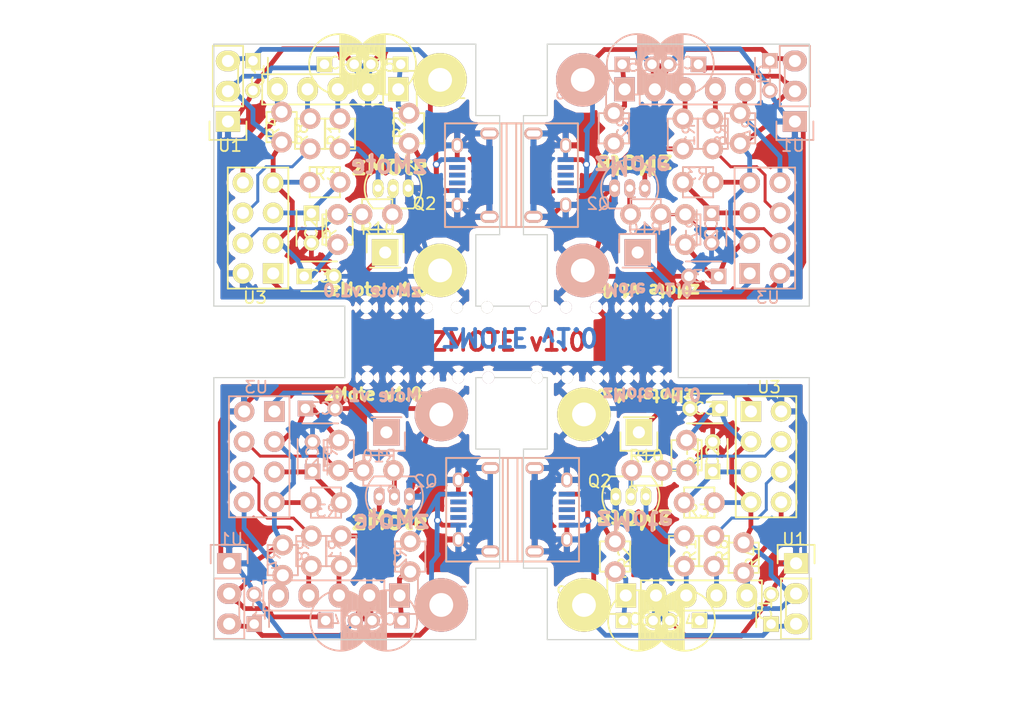
<source format=kicad_pcb>
(kicad_pcb (version 4) (host pcbnew "(after 2015-mar-04 BZR unknown)-product")
  (layers (0 F.Cu signal) (31 B.Cu signal) (34 B.Paste user hide) (35 F.Paste user hide) (36 B.SilkS user hide) (37 F.SilkS user hide) (38 B.Mask user) (39 F.Mask user) (44 Edge.Cuts user))
  (net 0 "")
  (net 1 VCC5V)
  (net 2 GND)
  (net 3 "Net-(C2-Pad1)")
  (net 4 VCC3V3)
  (net 5 "Net-(C5-Pad1)")
  (net 6 "Net-(CON1-Pad2)")
  (net 7 "Net-(CON1-Pad3)")
  (net 8 "Net-(CON1-Pad4)")
  (net 9 "Net-(Q2-Pad2)")
  (net 10 "Net-(R10-Pad1)")
  (net 11 "Net-(R8-Pad2)")
  (net 12 "Net-(P2-Pad3)")
  (net 13 "Net-(P2-Pad4)")
  (net 14 "Net-(Q2-Pad1)")
  (net 15 "Net-(P1-Pad1)")
  (net 16 "Net-(P2-Pad5)")
  (net 17 "Net-(CON2-Pad2)")
  (net 18 "Net-(CON2-Pad3)")
  (net 19 "Net-(CON2-Pad4)")
  (module Connect:USB_Micro-B (layer B.Cu) (at 178.08 139.09 90)
    (fp_text reference CON2 hide)
    (fp_text value USB-MICRO-B hide)
    (pad 1 smd rect (at -1.3009 1.56254) (size 1.35 0.4) (layers B.Cu B.Paste B.Mask) (net 1 VCC5V))
    (pad 2 smd rect (at -0.6509 1.56254) (size 1.35 0.4) (layers B.Cu B.Paste B.Mask) (net 17 "Net-(CON2-Pad2)"))
    (pad 3 smd rect (at -0.0009 1.56254) (size 1.35 0.4) (layers B.Cu B.Paste B.Mask) (net 18 "Net-(CON2-Pad3)"))
    (pad 4 smd rect (at 0.6491 1.56254) (size 1.35 0.4) (layers B.Cu B.Paste B.Mask) (net 19 "Net-(CON2-Pad4)"))
    (pad 5 smd rect (at 1.2991 1.56254) (size 1.35 0.4) (layers B.Cu B.Paste B.Mask) (net 2 GND))
    (pad 6 thru_hole oval (at -2.5009 1.56254) (size 0.95 1.25) (drill oval 0.55 0.85) (layers *.Cu *.Mask B.SilkS) (net 2 GND))
    (pad 6 thru_hole oval (at 2.4991 1.56254) (size 0.95 1.25) (drill oval 0.55 0.85) (layers *.Cu *.Mask B.SilkS) (net 2 GND))
    (pad 6 thru_hole oval (at -3.5009 -1.13746) (size 1.55 1) (drill oval 1.15 0.5) (layers *.Cu *.Mask B.SilkS) (net 2 GND))
    (pad 6 thru_hole oval (at 3.4991 -1.13746) (size 1.55 1) (drill oval 1.15 0.5) (layers *.Cu *.Mask B.SilkS) (net 2 GND))
  )
  (module zmote-custom:Mounting5Holes_1mm (layer F.Cu) (at 187.29 127.995 180)
    (fp_text reference P3 (at 5.08 -2.54 180) (layer F.SilkS))
    (fp_text value CONN_01X05 hide)
    (pad 5 thru_hole circle (at 10.16 0 180) (size 1 1) (drill 1) (layers *.Cu *.Mask F.SilkS) (net 2 GND))
    (pad 3 thru_hole circle (at 5.08 0 180) (size 1 1) (drill 1) (layers *.Cu *.Mask F.SilkS) (net 2 GND))
    (pad 4 thru_hole circle (at 7.62 0 180) (size 1 1) (drill 1) (layers *.Cu *.Mask F.SilkS) (net 2 GND))
    (pad 2 thru_hole circle (at 2.54 0 180) (size 1 1) (drill 1) (layers *.Cu *.Mask F.SilkS) (net 2 GND))
    (pad 1 thru_hole circle (at 0 0 180) (size 1 1) (drill 1) (layers *.Cu *.Mask F.SilkS) (net 2 GND))
  )
  (module zmote-custom:Resistor_Horizontal_RM2.5mm (layer F.Cu) (at 185.09 135.795 180)
    (fp_text reference R10 (at -1.2 1.2 180) (layer F.SilkS))
    (fp_text value 4.7k hide)
    (pad 1 thru_hole circle (at -2.54 0 180) (size 1.7272 1.7272) (drill 1.016) (layers *.Cu *.SilkS *.Mask) (net 10 "Net-(R10-Pad1)"))
    (pad 2 thru_hole circle (at 0 0 180) (size 1.7272 1.7272) (drill 1.016) (layers *.Cu *.SilkS *.Mask) (net 9 "Net-(Q2-Pad2)"))
  )
  (module zmote-custom:Resistor_Horizontal_RM2.5mm (layer F.Cu) (at 191.99 141.295 90)
    (fp_text reference R8 (at -1.2 0.7 270) (layer F.SilkS))
    (fp_text value 1k hide)
    (pad 1 thru_hole circle (at -2.54 0 90) (size 1.7272 1.7272) (drill 1.016) (layers *.Cu *.SilkS *.Mask) (net 13 "Net-(P2-Pad4)"))
    (pad 2 thru_hole circle (at 0 0 90) (size 1.7272 1.7272) (drill 1.016) (layers *.Cu *.SilkS *.Mask) (net 11 "Net-(R8-Pad2)"))
  )
  (module zmote-custom:Resistor_Horizontal_RM2.5mm (layer F.Cu) (at 189.69 135.795 270)
    (fp_text reference R7 (at -1.2 -0.6 270) (layer F.SilkS))
    (fp_text value 1k hide)
    (pad 1 thru_hole circle (at -2.54 0 270) (size 1.7272 1.7272) (drill 1.016) (layers *.Cu *.SilkS *.Mask) (net 4 VCC3V3))
    (pad 2 thru_hole circle (at 0 0 270) (size 1.7272 1.7272) (drill 1.016) (layers *.Cu *.SilkS *.Mask) (net 10 "Net-(R10-Pad1)"))
  )
  (module zmote-custom:Resistor_Horizontal_RM2.5mm (layer F.Cu) (at 194.49 144.395 270)
    (fp_text reference R4 (at -1.3 -0.7 270) (layer F.SilkS))
    (fp_text value 12k hide)
    (pad 1 thru_hole circle (at -2.54 0 270) (size 1.7272 1.7272) (drill 1.016) (layers *.Cu *.SilkS *.Mask) (net 4 VCC3V3))
    (pad 2 thru_hole circle (at 0 0 270) (size 1.7272 1.7272) (drill 1.016) (layers *.Cu *.SilkS *.Mask) (net 16 "Net-(P2-Pad5)"))
  )
  (module zmote-custom:Resistor_Horizontal_RM2.5mm (layer F.Cu) (at 189.49 138.495 180)
    (fp_text reference R3 (at -1.2 -0.7 180) (layer F.SilkS))
    (fp_text value 12k hide)
    (pad 1 thru_hole circle (at -2.54 0 180) (size 1.7272 1.7272) (drill 1.016) (layers *.Cu *.SilkS *.Mask) (net 4 VCC3V3))
    (pad 2 thru_hole circle (at 0 0 180) (size 1.7272 1.7272) (drill 1.016) (layers *.Cu *.SilkS *.Mask) (net 3 "Net-(C2-Pad1)"))
  )
  (module zmote-custom:Resistor_Horizontal_RM2.5mm (layer F.Cu) (at 183.69 144.295 270)
    (fp_text reference R2 (at -1.2 -0.8 270) (layer F.SilkS))
    (fp_text value 330 hide)
    (pad 1 thru_hole circle (at -2.54 0 270) (size 1.7272 1.7272) (drill 1.016) (layers *.Cu *.SilkS *.Mask) (net 1 VCC5V))
    (pad 2 thru_hole circle (at 0 0 270) (size 1.7272 1.7272) (drill 1.016) (layers *.Cu *.SilkS *.Mask) (net 5 "Net-(C5-Pad1)"))
  )
  (module zmote-custom:Resistor_Horizontal_RM2.5mm (layer F.Cu) (at 189.49 141.295 90)
    (fp_text reference R1 (at -1.2 0.5 90) (layer F.SilkS))
    (fp_text value 15 hide)
    (pad 1 thru_hole circle (at -2.54 0 90) (size 1.7272 1.7272) (drill 1.016) (layers *.Cu *.SilkS *.Mask) (net 12 "Net-(P2-Pad3)"))
    (pad 2 thru_hole circle (at 0 0 90) (size 1.7272 1.7272) (drill 1.016) (layers *.Cu *.SilkS *.Mask) (net 14 "Net-(Q2-Pad1)"))
  )
  (module Pin_Headers:Pin_Header_Straight_1x05 (layer F.Cu) (at 184.59 146.295 90)
    (fp_text reference P2 (at 0 -5.1 90) (layer F.SilkS))
    (fp_text value CONN_01X05 hide)
    (pad 1 thru_hole rect (at 0 0 90) (size 2.032 1.7272) (drill 1.016) (layers *.Cu *.Mask F.SilkS) (net 5 "Net-(C5-Pad1)"))
    (pad 2 thru_hole oval (at 0 2.54 90) (size 2.032 1.7272) (drill 1.016) (layers *.Cu *.Mask F.SilkS) (net 2 GND))
    (pad 3 thru_hole oval (at 0 5.08 90) (size 2.032 1.7272) (drill 1.016) (layers *.Cu *.Mask F.SilkS) (net 12 "Net-(P2-Pad3)"))
    (pad 4 thru_hole oval (at 0 7.62 90) (size 2.032 1.7272) (drill 1.016) (layers *.Cu *.Mask F.SilkS) (net 13 "Net-(P2-Pad4)"))
    (pad 5 thru_hole oval (at 0 10.16 90) (size 2.032 1.7272) (drill 1.016) (layers *.Cu *.Mask F.SilkS) (net 16 "Net-(P2-Pad5)"))
  )
  (module Pin_Headers:Pin_Header_Straight_1x01 (layer F.Cu) (at 185.69 132.595 180)
    (fp_text reference P1 (at 0 -5.1 180) (layer F.SilkS))
    (fp_text value CONN_01X01 hide)
    (pad 1 thru_hole rect (at 0 0 180) (size 2.2352 2.2352) (drill 1.016) (layers *.Cu *.Mask F.SilkS) (net 15 "Net-(P1-Pad1)"))
  )
  (module ESP8266:ESP-01 (layer F.Cu) (at 195.096 130.839)
    (fp_text reference U3 (at 1.524 -2.032) (layer F.SilkS))
    (fp_text value ESP-01v090 hide)
    (pad 1 thru_hole rect (at 0 0) (size 1.7272 1.7272) (drill 1.016) (layers *.Cu *.Mask F.SilkS) (net 15 "Net-(P1-Pad1)"))
    (pad 2 thru_hole oval (at 2.54 0) (size 1.7272 1.7272) (drill 1.016) (layers *.Cu *.Mask F.SilkS) (net 2 GND))
    (pad 3 thru_hole oval (at 0 2.54) (size 1.7272 1.7272) (drill 1.016) (layers *.Cu *.Mask F.SilkS) (net 4 VCC3V3))
    (pad 4 thru_hole oval (at 2.54 2.54) (size 1.7272 1.7272) (drill 1.016) (layers *.Cu *.Mask F.SilkS) (net 10 "Net-(R10-Pad1)"))
    (pad 5 thru_hole oval (at 0 5.08) (size 1.7272 1.7272) (drill 1.016) (layers *.Cu *.Mask F.SilkS) (net 3 "Net-(C2-Pad1)"))
    (pad 6 thru_hole oval (at 2.54 5.08) (size 1.7272 1.7272) (drill 1.016) (layers *.Cu *.Mask F.SilkS) (net 11 "Net-(R8-Pad2)"))
    (pad 7 thru_hole oval (at 0 7.62) (size 1.7272 1.7272) (drill 1.016) (layers *.Cu *.Mask F.SilkS) (net 4 VCC3V3))
    (pad 8 thru_hole oval (at 2.54 7.62) (size 1.7272 1.7272) (drill 1.016) (layers *.Cu *.Mask F.SilkS) (net 16 "Net-(P2-Pad5)"))
  )
  (module Capacitors_ThroughHole:C_Disc_D3_P2.5 (layer F.Cu) (at 191.89 135.895 90)
    (fp_text reference C2 (at 1.27 0 90) (layer F.SilkS))
    (fp_text value 470pf hide)
    (pad 1 thru_hole rect (at 0 0 90) (size 1.3 1.3) (drill 0.8) (layers *.Cu *.Mask F.SilkS) (net 3 "Net-(C2-Pad1)"))
    (pad 2 thru_hole circle (at 2.5 0 90) (size 1.3 1.3) (drill 0.8001) (layers *.Cu *.Mask F.SilkS) (net 2 GND))
  )
  (module Capacitors_ThroughHole:C_Disc_D3_P2.5 (layer F.Cu) (at 192.49 130.595 180)
    (fp_text reference C3 (at 1.27 0 180) (layer F.SilkS))
    (fp_text value 470pf hide)
    (pad 1 thru_hole rect (at 0 0 180) (size 1.3 1.3) (drill 0.8) (layers *.Cu *.Mask F.SilkS) (net 4 VCC3V3))
    (pad 2 thru_hole circle (at 2.5 0 180) (size 1.3 1.3) (drill 0.8001) (layers *.Cu *.Mask F.SilkS) (net 2 GND))
  )
  (module Capacitors_ThroughHole:C_Radial_D5_L11_P2.5 (layer F.Cu) (at 190.79 148.395 180)
    (fp_text reference C4 (at 1.3 -0.1 180) (layer F.SilkS))
    (fp_text value 100uf hide)
    (pad 1 thru_hole rect (at 0 0 180) (size 1.3 1.3) (drill 0.8) (layers *.Cu *.Mask F.SilkS) (net 4 VCC3V3))
    (pad 2 thru_hole circle (at 2.5 0 180) (size 1.3 1.3) (drill 0.8) (layers *.Cu *.Mask F.SilkS) (net 2 GND))
  )
  (module Capacitors_ThroughHole:C_Radial_D5_L11_P2.5 (layer F.Cu) (at 184.39 148.395)
    (fp_text reference C5 (at 1.4 -0.1) (layer F.SilkS))
    (fp_text value 4.7uf hide)
    (pad 1 thru_hole rect (at 0 0) (size 1.3 1.3) (drill 0.8) (layers *.Cu *.Mask F.SilkS) (net 5 "Net-(C5-Pad1)"))
    (pad 2 thru_hole circle (at 2.5 0) (size 1.3 1.3) (drill 0.8) (layers *.Cu *.Mask F.SilkS) (net 2 GND))
  )
  (module Connect:USB_Micro-B (layer F.Cu) (at 178.08 139.09 270)
    (fp_text reference CON1 hide)
    (fp_text value USB-MICRO-B hide)
    (pad 1 smd rect (at -1.3009 -1.56254) (size 1.35 0.4) (layers F.Cu F.Paste F.Mask) (net 1 VCC5V))
    (pad 2 smd rect (at -0.6509 -1.56254) (size 1.35 0.4) (layers F.Cu F.Paste F.Mask) (net 6 "Net-(CON1-Pad2)"))
    (pad 3 smd rect (at -0.0009 -1.56254) (size 1.35 0.4) (layers F.Cu F.Paste F.Mask) (net 7 "Net-(CON1-Pad3)"))
    (pad 4 smd rect (at 0.6491 -1.56254) (size 1.35 0.4) (layers F.Cu F.Paste F.Mask) (net 8 "Net-(CON1-Pad4)"))
    (pad 5 smd rect (at 1.2991 -1.56254) (size 1.35 0.4) (layers F.Cu F.Paste F.Mask) (net 2 GND))
    (pad 6 thru_hole oval (at -2.5009 -1.56254) (size 0.95 1.25) (drill oval 0.55 0.85) (layers *.Cu *.Mask F.SilkS) (net 2 GND))
    (pad 6 thru_hole oval (at 2.4991 -1.56254) (size 0.95 1.25) (drill oval 0.55 0.85) (layers *.Cu *.Mask F.SilkS) (net 2 GND))
    (pad 6 thru_hole oval (at -3.5009 1.13746) (size 1.55 1) (drill oval 1.15 0.5) (layers *.Cu *.Mask F.SilkS) (net 2 GND))
    (pad 6 thru_hole oval (at 3.4991 1.13746) (size 1.55 1) (drill oval 1.15 0.5) (layers *.Cu *.Mask F.SilkS) (net 2 GND))
  )
  (module Housings_TO-92:TO-92_Inline_Narrow_Oval (layer F.Cu) (at 186.29 137.995 180)
    (fp_text reference Q2 (at 3.9 1.3 180) (layer F.SilkS))
    (fp_text value BC547 hide)
    (pad 2 thru_hole oval (at 1.27 0) (size 0.89916 1.50114) (drill 0.6) (layers *.Cu *.Mask F.SilkS) (net 9 "Net-(Q2-Pad2)"))
    (pad 3 thru_hole oval (at 2.54 0) (size 0.89916 1.50114) (drill 0.6) (layers *.Cu *.Mask F.SilkS) (net 2 GND))
    (pad 1 thru_hole oval (at 0 0) (size 0.89916 1.50114) (drill 0.6) (layers *.Cu *.Mask F.SilkS) (net 14 "Net-(Q2-Pad1)"))
  )
  (module Pin_Headers:Pin_Header_Straight_1x03 (layer F.Cu) (at 198.89 143.595)
    (fp_text reference U1 (at -0.17 -2.025) (layer F.SilkS))
    (fp_text value LD1117S33CTR hide)
    (pad 1 thru_hole rect (at 0 0) (size 2.032 1.7272) (drill 1.016) (layers *.Cu *.Mask F.SilkS) (net 2 GND))
    (pad 2 thru_hole oval (at 0 2.54) (size 2.032 1.7272) (drill 1.016) (layers *.Cu *.Mask F.SilkS) (net 4 VCC3V3))
    (pad 3 thru_hole oval (at 0 5.08) (size 2.032 1.7272) (drill 1.016) (layers *.Cu *.Mask F.SilkS) (net 1 VCC5V))
  )
  (module Capacitors_ThroughHole:C_Disc_D3_P2.5 (layer F.Cu) (at 196.79 148.695 90)
    (fp_text reference C1 (at 1.232 -0.438 90) (layer F.SilkS))
    (fp_text value 100nf hide)
    (pad 1 thru_hole rect (at 0 0 90) (size 1.3 1.3) (drill 0.8) (layers *.Cu *.Mask F.SilkS) (net 1 VCC5V))
    (pad 2 thru_hole circle (at 2.5 0 90) (size 1.3 1.3) (drill 0.8001) (layers *.Cu *.Mask F.SilkS) (net 2 GND))
  )
  (module Wire_Pads:SolderWirePad_single_2mmDrill (layer F.Cu) (at 181.55 147.09 180)
    (fp_text reference P4 hide)
    (fp_text value CONN_01X01 hide)
    (pad 1 thru_hole circle (at 0.47 0 180) (size 4.50088 4.50088) (drill 1.99898) (layers *.Cu *.Mask F.SilkS) (net 1 VCC5V))
  )
  (module Wire_Pads:SolderWirePad_single_2mmDrill (layer F.Cu) (at 181.55 131.09 180)
    (fp_text reference P5 hide)
    (fp_text value CONN_01X01 hide)
    (pad 1 thru_hole circle (at 0.47 0 180) (size 4.50088 4.50088) (drill 1.99898) (layers *.Cu *.Mask F.SilkS) (net 2 GND))
  )
  (module Wire_Pads:SolderWirePad_single_2mmDrill (layer B.Cu) (at 181.45 119 180)
    (fp_text reference P5 hide)
    (fp_text value CONN_01X01 hide)
    (pad 1 thru_hole circle (at 0.47 0 180) (size 4.50088 4.50088) (drill 1.99898) (layers *.Cu *.Mask B.SilkS) (net 2 GND))
  )
  (module Wire_Pads:SolderWirePad_single_2mmDrill (layer B.Cu) (at 181.45 103 180)
    (fp_text reference P4 hide)
    (fp_text value CONN_01X01 hide)
    (pad 1 thru_hole circle (at 0.47 0 180) (size 4.50088 4.50088) (drill 1.99898) (layers *.Cu *.Mask B.SilkS) (net 1 VCC5V))
  )
  (module Capacitors_ThroughHole:C_Disc_D3_P2.5 (layer B.Cu) (at 196.69 101.395 270)
    (fp_text reference C1 (at 1.232 0.438 270) (layer B.SilkS) (effects (justify mirror)))
    (fp_text value 100nf hide)
    (pad 1 thru_hole rect (at 0 0 270) (size 1.3 1.3) (drill 0.8) (layers *.Cu *.Mask B.SilkS) (net 1 VCC5V))
    (pad 2 thru_hole circle (at 2.5 0 270) (size 1.3 1.3) (drill 0.8001) (layers *.Cu *.Mask B.SilkS) (net 2 GND))
  )
  (module Pin_Headers:Pin_Header_Straight_1x03 (layer B.Cu) (at 198.79 106.495)
    (fp_text reference U1 (at -0.17 2.025) (layer B.SilkS) (effects (justify mirror)))
    (fp_text value LD1117S33CTR hide)
    (pad 1 thru_hole rect (at 0 0) (size 2.032 1.7272) (drill 1.016) (layers *.Cu *.Mask B.SilkS) (net 2 GND))
    (pad 2 thru_hole oval (at 0 -2.54) (size 2.032 1.7272) (drill 1.016) (layers *.Cu *.Mask B.SilkS) (net 4 VCC3V3))
    (pad 3 thru_hole oval (at 0 -5.08) (size 2.032 1.7272) (drill 1.016) (layers *.Cu *.Mask B.SilkS) (net 1 VCC5V))
  )
  (module Housings_TO-92:TO-92_Inline_Narrow_Oval (layer B.Cu) (at 186.19 112.095 180)
    (fp_text reference Q2 (at 3.9 -1.3 180) (layer B.SilkS) (effects (justify mirror)))
    (fp_text value BC547 hide)
    (pad 2 thru_hole oval (at 1.27 0) (size 0.89916 1.50114) (drill 0.6) (layers *.Cu *.Mask B.SilkS) (net 9 "Net-(Q2-Pad2)"))
    (pad 3 thru_hole oval (at 2.54 0) (size 0.89916 1.50114) (drill 0.6) (layers *.Cu *.Mask B.SilkS) (net 2 GND))
    (pad 1 thru_hole oval (at 0 0) (size 0.89916 1.50114) (drill 0.6) (layers *.Cu *.Mask B.SilkS) (net 14 "Net-(Q2-Pad1)"))
  )
  (module Connect:USB_Micro-B (layer B.Cu) (at 177.98 111 90)
    (fp_text reference CON1 hide)
    (fp_text value USB-MICRO-B hide)
    (pad 1 smd rect (at -1.3009 1.56254) (size 1.35 0.4) (layers B.Cu B.Paste B.Mask) (net 1 VCC5V))
    (pad 2 smd rect (at -0.6509 1.56254) (size 1.35 0.4) (layers B.Cu B.Paste B.Mask) (net 6 "Net-(CON1-Pad2)"))
    (pad 3 smd rect (at -0.0009 1.56254) (size 1.35 0.4) (layers B.Cu B.Paste B.Mask) (net 7 "Net-(CON1-Pad3)"))
    (pad 4 smd rect (at 0.6491 1.56254) (size 1.35 0.4) (layers B.Cu B.Paste B.Mask) (net 8 "Net-(CON1-Pad4)"))
    (pad 5 smd rect (at 1.2991 1.56254) (size 1.35 0.4) (layers B.Cu B.Paste B.Mask) (net 2 GND))
    (pad 6 thru_hole oval (at -2.5009 1.56254) (size 0.95 1.25) (drill oval 0.55 0.85) (layers *.Cu *.Mask B.SilkS) (net 2 GND))
    (pad 6 thru_hole oval (at 2.4991 1.56254) (size 0.95 1.25) (drill oval 0.55 0.85) (layers *.Cu *.Mask B.SilkS) (net 2 GND))
    (pad 6 thru_hole oval (at -3.5009 -1.13746) (size 1.55 1) (drill oval 1.15 0.5) (layers *.Cu *.Mask B.SilkS) (net 2 GND))
    (pad 6 thru_hole oval (at 3.4991 -1.13746) (size 1.55 1) (drill oval 1.15 0.5) (layers *.Cu *.Mask B.SilkS) (net 2 GND))
  )
  (module Capacitors_ThroughHole:C_Radial_D5_L11_P2.5 (layer B.Cu) (at 184.29 101.695)
    (fp_text reference C5 (at 1.4 0.1) (layer B.SilkS) (effects (justify mirror)))
    (fp_text value 4.7uf hide)
    (pad 1 thru_hole rect (at 0 0) (size 1.3 1.3) (drill 0.8) (layers *.Cu *.Mask B.SilkS) (net 5 "Net-(C5-Pad1)"))
    (pad 2 thru_hole circle (at 2.5 0) (size 1.3 1.3) (drill 0.8) (layers *.Cu *.Mask B.SilkS) (net 2 GND))
  )
  (module Capacitors_ThroughHole:C_Radial_D5_L11_P2.5 (layer B.Cu) (at 190.69 101.695 180)
    (fp_text reference C4 (at 1.3 0.1 180) (layer B.SilkS) (effects (justify mirror)))
    (fp_text value 100uf hide)
    (pad 1 thru_hole rect (at 0 0 180) (size 1.3 1.3) (drill 0.8) (layers *.Cu *.Mask B.SilkS) (net 4 VCC3V3))
    (pad 2 thru_hole circle (at 2.5 0 180) (size 1.3 1.3) (drill 0.8) (layers *.Cu *.Mask B.SilkS) (net 2 GND))
  )
  (module Capacitors_ThroughHole:C_Disc_D3_P2.5 (layer B.Cu) (at 192.39 119.495 180)
    (fp_text reference C3 (at 1.27 0 180) (layer B.SilkS) (effects (justify mirror)))
    (fp_text value 470pf hide)
    (pad 1 thru_hole rect (at 0 0 180) (size 1.3 1.3) (drill 0.8) (layers *.Cu *.Mask B.SilkS) (net 4 VCC3V3))
    (pad 2 thru_hole circle (at 2.5 0 180) (size 1.3 1.3) (drill 0.8001) (layers *.Cu *.Mask B.SilkS) (net 2 GND))
  )
  (module Capacitors_ThroughHole:C_Disc_D3_P2.5 (layer B.Cu) (at 191.79 114.195 270)
    (fp_text reference C2 (at 1.27 0 270) (layer B.SilkS) (effects (justify mirror)))
    (fp_text value 470pf hide)
    (pad 1 thru_hole rect (at 0 0 270) (size 1.3 1.3) (drill 0.8) (layers *.Cu *.Mask B.SilkS) (net 3 "Net-(C2-Pad1)"))
    (pad 2 thru_hole circle (at 2.5 0 270) (size 1.3 1.3) (drill 0.8001) (layers *.Cu *.Mask B.SilkS) (net 2 GND))
  )
  (module ESP8266:ESP-01 (layer B.Cu) (at 194.996 119.251)
    (fp_text reference U3 (at 1.524 2.032) (layer B.SilkS) (effects (justify mirror)))
    (fp_text value ESP-01v090 hide)
    (pad 1 thru_hole rect (at 0 0) (size 1.7272 1.7272) (drill 1.016) (layers *.Cu *.Mask B.SilkS) (net 15 "Net-(P1-Pad1)"))
    (pad 2 thru_hole oval (at 2.54 0) (size 1.7272 1.7272) (drill 1.016) (layers *.Cu *.Mask B.SilkS) (net 2 GND))
    (pad 3 thru_hole oval (at 0 -2.54) (size 1.7272 1.7272) (drill 1.016) (layers *.Cu *.Mask B.SilkS) (net 4 VCC3V3))
    (pad 4 thru_hole oval (at 2.54 -2.54) (size 1.7272 1.7272) (drill 1.016) (layers *.Cu *.Mask B.SilkS) (net 10 "Net-(R10-Pad1)"))
    (pad 5 thru_hole oval (at 0 -5.08) (size 1.7272 1.7272) (drill 1.016) (layers *.Cu *.Mask B.SilkS) (net 3 "Net-(C2-Pad1)"))
    (pad 6 thru_hole oval (at 2.54 -5.08) (size 1.7272 1.7272) (drill 1.016) (layers *.Cu *.Mask B.SilkS) (net 11 "Net-(R8-Pad2)"))
    (pad 7 thru_hole oval (at 0 -7.62) (size 1.7272 1.7272) (drill 1.016) (layers *.Cu *.Mask B.SilkS) (net 4 VCC3V3))
    (pad 8 thru_hole oval (at 2.54 -7.62) (size 1.7272 1.7272) (drill 1.016) (layers *.Cu *.Mask B.SilkS) (net 16 "Net-(P2-Pad5)"))
  )
  (module Pin_Headers:Pin_Header_Straight_1x01 (layer B.Cu) (at 185.59 117.495 180)
    (fp_text reference P1 (at 0 5.1 180) (layer B.SilkS) (effects (justify mirror)))
    (fp_text value CONN_01X01 hide)
    (pad 1 thru_hole rect (at 0 0 180) (size 2.2352 2.2352) (drill 1.016) (layers *.Cu *.Mask B.SilkS) (net 15 "Net-(P1-Pad1)"))
  )
  (module Pin_Headers:Pin_Header_Straight_1x05 (layer B.Cu) (at 184.49 103.795 270)
    (fp_text reference P2 (at 0 5.1 270) (layer B.SilkS) (effects (justify mirror)))
    (fp_text value CONN_01X05 hide)
    (pad 1 thru_hole rect (at 0 0 270) (size 2.032 1.7272) (drill 1.016) (layers *.Cu *.Mask B.SilkS) (net 5 "Net-(C5-Pad1)"))
    (pad 2 thru_hole oval (at 0 -2.54 270) (size 2.032 1.7272) (drill 1.016) (layers *.Cu *.Mask B.SilkS) (net 2 GND))
    (pad 3 thru_hole oval (at 0 -5.08 270) (size 2.032 1.7272) (drill 1.016) (layers *.Cu *.Mask B.SilkS) (net 12 "Net-(P2-Pad3)"))
    (pad 4 thru_hole oval (at 0 -7.62 270) (size 2.032 1.7272) (drill 1.016) (layers *.Cu *.Mask B.SilkS) (net 13 "Net-(P2-Pad4)"))
    (pad 5 thru_hole oval (at 0 -10.16 270) (size 2.032 1.7272) (drill 1.016) (layers *.Cu *.Mask B.SilkS) (net 16 "Net-(P2-Pad5)"))
  )
  (module zmote-custom:Resistor_Horizontal_RM2.5mm (layer B.Cu) (at 189.39 108.795 270)
    (fp_text reference R1 (at -1.2 -0.5 270) (layer B.SilkS) (effects (justify mirror)))
    (fp_text value 15 hide)
    (pad 1 thru_hole circle (at -2.54 0 270) (size 1.7272 1.7272) (drill 1.016) (layers *.Cu *.SilkS *.Mask) (net 12 "Net-(P2-Pad3)"))
    (pad 2 thru_hole circle (at 0 0 270) (size 1.7272 1.7272) (drill 1.016) (layers *.Cu *.SilkS *.Mask) (net 14 "Net-(Q2-Pad1)"))
  )
  (module zmote-custom:Resistor_Horizontal_RM2.5mm (layer B.Cu) (at 183.59 105.795 90)
    (fp_text reference R2 (at -1.2 0.8 90) (layer B.SilkS) (effects (justify mirror)))
    (fp_text value 330 hide)
    (pad 1 thru_hole circle (at -2.54 0 90) (size 1.7272 1.7272) (drill 1.016) (layers *.Cu *.SilkS *.Mask) (net 1 VCC5V))
    (pad 2 thru_hole circle (at 0 0 90) (size 1.7272 1.7272) (drill 1.016) (layers *.Cu *.SilkS *.Mask) (net 5 "Net-(C5-Pad1)"))
  )
  (module zmote-custom:Resistor_Horizontal_RM2.5mm (layer B.Cu) (at 189.39 111.595 180)
    (fp_text reference R3 (at -1.2 0.7 180) (layer B.SilkS) (effects (justify mirror)))
    (fp_text value 12k hide)
    (pad 1 thru_hole circle (at -2.54 0 180) (size 1.7272 1.7272) (drill 1.016) (layers *.Cu *.SilkS *.Mask) (net 4 VCC3V3))
    (pad 2 thru_hole circle (at 0 0 180) (size 1.7272 1.7272) (drill 1.016) (layers *.Cu *.SilkS *.Mask) (net 3 "Net-(C2-Pad1)"))
  )
  (module zmote-custom:Resistor_Horizontal_RM2.5mm (layer B.Cu) (at 194.19 105.795 90)
    (fp_text reference R4 (at -1.3 0.7 90) (layer B.SilkS) (effects (justify mirror)))
    (fp_text value 12k hide)
    (pad 1 thru_hole circle (at -2.54 0 90) (size 1.7272 1.7272) (drill 1.016) (layers *.Cu *.SilkS *.Mask) (net 4 VCC3V3))
    (pad 2 thru_hole circle (at 0 0 90) (size 1.7272 1.7272) (drill 1.016) (layers *.Cu *.SilkS *.Mask) (net 16 "Net-(P2-Pad5)"))
  )
  (module zmote-custom:Resistor_Horizontal_RM2.5mm (layer B.Cu) (at 189.59 114.295 90)
    (fp_text reference R7 (at -1.2 0.6 90) (layer B.SilkS) (effects (justify mirror)))
    (fp_text value 1k hide)
    (pad 1 thru_hole circle (at -2.54 0 90) (size 1.7272 1.7272) (drill 1.016) (layers *.Cu *.SilkS *.Mask) (net 4 VCC3V3))
    (pad 2 thru_hole circle (at 0 0 90) (size 1.7272 1.7272) (drill 1.016) (layers *.Cu *.SilkS *.Mask) (net 10 "Net-(R10-Pad1)"))
  )
  (module zmote-custom:Resistor_Horizontal_RM2.5mm (layer B.Cu) (at 191.89 108.795 270)
    (fp_text reference R8 (at -1.2 -0.7 450) (layer B.SilkS) (effects (justify mirror)))
    (fp_text value 1k hide)
    (pad 1 thru_hole circle (at -2.54 0 270) (size 1.7272 1.7272) (drill 1.016) (layers *.Cu *.SilkS *.Mask) (net 13 "Net-(P2-Pad4)"))
    (pad 2 thru_hole circle (at 0 0 270) (size 1.7272 1.7272) (drill 1.016) (layers *.Cu *.SilkS *.Mask) (net 11 "Net-(R8-Pad2)"))
  )
  (module zmote-custom:Resistor_Horizontal_RM2.5mm (layer B.Cu) (at 184.99 114.295 180)
    (fp_text reference R10 (at -1.2 -1.2 180) (layer B.SilkS) (effects (justify mirror)))
    (fp_text value 4.7k hide)
    (pad 1 thru_hole circle (at -2.54 0 180) (size 1.7272 1.7272) (drill 1.016) (layers *.Cu *.SilkS *.Mask) (net 10 "Net-(R10-Pad1)"))
    (pad 2 thru_hole circle (at 0 0 180) (size 1.7272 1.7272) (drill 1.016) (layers *.Cu *.SilkS *.Mask) (net 9 "Net-(Q2-Pad2)"))
  )
  (module zmote-custom:Mounting5Holes_1mm (layer B.Cu) (at 187.19 122.095 180)
    (fp_text reference P3 (at 5.08 2.54 180) (layer B.SilkS) (effects (justify mirror)))
    (fp_text value CONN_01X05 hide)
    (pad 5 thru_hole circle (at 10.16 0 180) (size 1 1) (drill 1) (layers *.Cu *.Mask B.SilkS) (net 2 GND))
    (pad 3 thru_hole circle (at 5.08 0 180) (size 1 1) (drill 1) (layers *.Cu *.Mask B.SilkS) (net 2 GND))
    (pad 4 thru_hole circle (at 7.62 0 180) (size 1 1) (drill 1) (layers *.Cu *.Mask B.SilkS) (net 2 GND))
    (pad 2 thru_hole circle (at 2.54 0 180) (size 1 1) (drill 1) (layers *.Cu *.Mask B.SilkS) (net 2 GND))
    (pad 1 thru_hole circle (at 0 0 180) (size 1 1) (drill 1) (layers *.Cu *.Mask B.SilkS) (net 2 GND))
  )
  (module Connect:USB_Micro-B (layer F.Cu) (at 177.98 111 270)
    (fp_text reference CON2 hide)
    (fp_text value USB-MICRO-B hide)
    (pad 1 smd rect (at -1.3009 -1.56254) (size 1.35 0.4) (layers F.Cu F.Paste F.Mask) (net 1 VCC5V))
    (pad 2 smd rect (at -0.6509 -1.56254) (size 1.35 0.4) (layers F.Cu F.Paste F.Mask) (net 17 "Net-(CON2-Pad2)"))
    (pad 3 smd rect (at -0.0009 -1.56254) (size 1.35 0.4) (layers F.Cu F.Paste F.Mask) (net 18 "Net-(CON2-Pad3)"))
    (pad 4 smd rect (at 0.6491 -1.56254) (size 1.35 0.4) (layers F.Cu F.Paste F.Mask) (net 19 "Net-(CON2-Pad4)"))
    (pad 5 smd rect (at 1.2991 -1.56254) (size 1.35 0.4) (layers F.Cu F.Paste F.Mask) (net 2 GND))
    (pad 6 thru_hole oval (at -2.5009 -1.56254) (size 0.95 1.25) (drill oval 0.55 0.85) (layers *.Cu *.Mask F.SilkS) (net 2 GND))
    (pad 6 thru_hole oval (at 2.4991 -1.56254) (size 0.95 1.25) (drill oval 0.55 0.85) (layers *.Cu *.Mask F.SilkS) (net 2 GND))
    (pad 6 thru_hole oval (at -3.5009 1.13746) (size 1.55 1) (drill oval 1.15 0.5) (layers *.Cu *.Mask F.SilkS) (net 2 GND))
    (pad 6 thru_hole oval (at 3.4991 1.13746) (size 1.55 1) (drill oval 1.15 0.5) (layers *.Cu *.Mask F.SilkS) (net 2 GND))
  )
  (module Connect:USB_Micro-B (layer F.Cu) (at 172.1 139.09 90)
    (fp_text reference CON2 hide)
    (fp_text value USB-MICRO-B hide)
    (pad 1 smd rect (at -1.3009 -1.56254 180) (size 1.35 0.4) (layers F.Cu F.Paste F.Mask) (net 1 VCC5V))
    (pad 2 smd rect (at -0.6509 -1.56254 180) (size 1.35 0.4) (layers F.Cu F.Paste F.Mask) (net 17 "Net-(CON2-Pad2)"))
    (pad 3 smd rect (at -0.0009 -1.56254 180) (size 1.35 0.4) (layers F.Cu F.Paste F.Mask) (net 18 "Net-(CON2-Pad3)"))
    (pad 4 smd rect (at 0.6491 -1.56254 180) (size 1.35 0.4) (layers F.Cu F.Paste F.Mask) (net 19 "Net-(CON2-Pad4)"))
    (pad 5 smd rect (at 1.2991 -1.56254 180) (size 1.35 0.4) (layers F.Cu F.Paste F.Mask) (net 2 GND))
    (pad 6 thru_hole oval (at -2.5009 -1.56254 180) (size 0.95 1.25) (drill oval 0.55 0.85) (layers *.Cu *.Mask F.SilkS) (net 2 GND))
    (pad 6 thru_hole oval (at 2.4991 -1.56254 180) (size 0.95 1.25) (drill oval 0.55 0.85) (layers *.Cu *.Mask F.SilkS) (net 2 GND))
    (pad 6 thru_hole oval (at -3.5009 1.13746 180) (size 1.55 1) (drill oval 1.15 0.5) (layers *.Cu *.Mask F.SilkS) (net 2 GND))
    (pad 6 thru_hole oval (at 3.4991 1.13746 180) (size 1.55 1) (drill oval 1.15 0.5) (layers *.Cu *.Mask F.SilkS) (net 2 GND))
  )
  (module zmote-custom:Mounting5Holes_1mm (layer B.Cu) (at 162.89 127.995)
    (fp_text reference P3 (at 5.08 2.54) (layer B.SilkS) (effects (justify mirror)))
    (fp_text value CONN_01X05 hide)
    (pad 5 thru_hole circle (at 10.16 0) (size 1 1) (drill 1) (layers *.Cu *.Mask B.SilkS) (net 2 GND))
    (pad 3 thru_hole circle (at 5.08 0) (size 1 1) (drill 1) (layers *.Cu *.Mask B.SilkS) (net 2 GND))
    (pad 4 thru_hole circle (at 7.62 0) (size 1 1) (drill 1) (layers *.Cu *.Mask B.SilkS) (net 2 GND))
    (pad 2 thru_hole circle (at 2.54 0) (size 1 1) (drill 1) (layers *.Cu *.Mask B.SilkS) (net 2 GND))
    (pad 1 thru_hole circle (at 0 0) (size 1 1) (drill 1) (layers *.Cu *.Mask B.SilkS) (net 2 GND))
  )
  (module zmote-custom:Resistor_Horizontal_RM2.5mm (layer B.Cu) (at 165.09 135.795)
    (fp_text reference R10 (at -1.2 -1.2) (layer B.SilkS) (effects (justify mirror)))
    (fp_text value 4.7k hide)
    (pad 1 thru_hole circle (at -2.54 0) (size 1.7272 1.7272) (drill 1.016) (layers *.Cu *.SilkS *.Mask) (net 10 "Net-(R10-Pad1)"))
    (pad 2 thru_hole circle (at 0 0) (size 1.7272 1.7272) (drill 1.016) (layers *.Cu *.SilkS *.Mask) (net 9 "Net-(Q2-Pad2)"))
  )
  (module zmote-custom:Resistor_Horizontal_RM2.5mm (layer B.Cu) (at 158.19 141.295 90)
    (fp_text reference R8 (at -1.2 -0.7 270) (layer B.SilkS) (effects (justify mirror)))
    (fp_text value 1k hide)
    (pad 1 thru_hole circle (at -2.54 0 90) (size 1.7272 1.7272) (drill 1.016) (layers *.Cu *.SilkS *.Mask) (net 13 "Net-(P2-Pad4)"))
    (pad 2 thru_hole circle (at 0 0 90) (size 1.7272 1.7272) (drill 1.016) (layers *.Cu *.SilkS *.Mask) (net 11 "Net-(R8-Pad2)"))
  )
  (module zmote-custom:Resistor_Horizontal_RM2.5mm (layer B.Cu) (at 160.49 135.795 270)
    (fp_text reference R7 (at -1.2 0.6 270) (layer B.SilkS) (effects (justify mirror)))
    (fp_text value 1k hide)
    (pad 1 thru_hole circle (at -2.54 0 270) (size 1.7272 1.7272) (drill 1.016) (layers *.Cu *.SilkS *.Mask) (net 4 VCC3V3))
    (pad 2 thru_hole circle (at 0 0 270) (size 1.7272 1.7272) (drill 1.016) (layers *.Cu *.SilkS *.Mask) (net 10 "Net-(R10-Pad1)"))
  )
  (module zmote-custom:Resistor_Horizontal_RM2.5mm (layer B.Cu) (at 155.79 144.595 270)
    (fp_text reference R4 (at -1.3 0.7 270) (layer B.SilkS) (effects (justify mirror)))
    (fp_text value 12k hide)
    (pad 1 thru_hole circle (at -2.54 0 270) (size 1.7272 1.7272) (drill 1.016) (layers *.Cu *.SilkS *.Mask) (net 4 VCC3V3))
    (pad 2 thru_hole circle (at 0 0 270) (size 1.7272 1.7272) (drill 1.016) (layers *.Cu *.SilkS *.Mask) (net 16 "Net-(P2-Pad5)"))
  )
  (module zmote-custom:Resistor_Horizontal_RM2.5mm (layer B.Cu) (at 160.69 138.495)
    (fp_text reference R3 (at -1.2 0.7) (layer B.SilkS) (effects (justify mirror)))
    (fp_text value 12k hide)
    (pad 1 thru_hole circle (at -2.54 0) (size 1.7272 1.7272) (drill 1.016) (layers *.Cu *.SilkS *.Mask) (net 4 VCC3V3))
    (pad 2 thru_hole circle (at 0 0) (size 1.7272 1.7272) (drill 1.016) (layers *.Cu *.SilkS *.Mask) (net 3 "Net-(C2-Pad1)"))
  )
  (module zmote-custom:Resistor_Horizontal_RM2.5mm (layer B.Cu) (at 166.49 144.295 270)
    (fp_text reference R2 (at -1.2 0.8 270) (layer B.SilkS) (effects (justify mirror)))
    (fp_text value 330 hide)
    (pad 1 thru_hole circle (at -2.54 0 270) (size 1.7272 1.7272) (drill 1.016) (layers *.Cu *.SilkS *.Mask) (net 1 VCC5V))
    (pad 2 thru_hole circle (at 0 0 270) (size 1.7272 1.7272) (drill 1.016) (layers *.Cu *.SilkS *.Mask) (net 5 "Net-(C5-Pad1)"))
  )
  (module zmote-custom:Resistor_Horizontal_RM2.5mm (layer B.Cu) (at 160.69 141.295 90)
    (fp_text reference R1 (at -1.2 -0.5 90) (layer B.SilkS) (effects (justify mirror)))
    (fp_text value 15 hide)
    (pad 1 thru_hole circle (at -2.54 0 90) (size 1.7272 1.7272) (drill 1.016) (layers *.Cu *.SilkS *.Mask) (net 12 "Net-(P2-Pad3)"))
    (pad 2 thru_hole circle (at 0 0 90) (size 1.7272 1.7272) (drill 1.016) (layers *.Cu *.SilkS *.Mask) (net 14 "Net-(Q2-Pad1)"))
  )
  (module Pin_Headers:Pin_Header_Straight_1x05 (layer B.Cu) (at 165.59 146.295 90)
    (fp_text reference P2 (at 0 5.1 90) (layer B.SilkS) (effects (justify mirror)))
    (fp_text value CONN_01X05 hide)
    (pad 1 thru_hole rect (at 0 0 90) (size 2.032 1.7272) (drill 1.016) (layers *.Cu *.Mask B.SilkS) (net 5 "Net-(C5-Pad1)"))
    (pad 2 thru_hole oval (at 0 -2.54 90) (size 2.032 1.7272) (drill 1.016) (layers *.Cu *.Mask B.SilkS) (net 2 GND))
    (pad 3 thru_hole oval (at 0 -5.08 90) (size 2.032 1.7272) (drill 1.016) (layers *.Cu *.Mask B.SilkS) (net 12 "Net-(P2-Pad3)"))
    (pad 4 thru_hole oval (at 0 -7.62 90) (size 2.032 1.7272) (drill 1.016) (layers *.Cu *.Mask B.SilkS) (net 13 "Net-(P2-Pad4)"))
    (pad 5 thru_hole oval (at 0 -10.16 90) (size 2.032 1.7272) (drill 1.016) (layers *.Cu *.Mask B.SilkS) (net 16 "Net-(P2-Pad5)"))
  )
  (module Pin_Headers:Pin_Header_Straight_1x01 (layer B.Cu) (at 164.49 132.595)
    (fp_text reference P1 (at 0 5.1) (layer B.SilkS) (effects (justify mirror)))
    (fp_text value CONN_01X01 hide)
    (pad 1 thru_hole rect (at 0 0) (size 2.2352 2.2352) (drill 1.016) (layers *.Cu *.Mask B.SilkS) (net 15 "Net-(P1-Pad1)"))
  )
  (module ESP8266:ESP-01 (layer B.Cu) (at 155.084 130.839 180)
    (fp_text reference U3 (at 1.524 2.032 180) (layer B.SilkS) (effects (justify mirror)))
    (fp_text value ESP-01v090 hide)
    (pad 1 thru_hole rect (at 0 0 180) (size 1.7272 1.7272) (drill 1.016) (layers *.Cu *.Mask B.SilkS) (net 15 "Net-(P1-Pad1)"))
    (pad 2 thru_hole oval (at 2.54 0 180) (size 1.7272 1.7272) (drill 1.016) (layers *.Cu *.Mask B.SilkS) (net 2 GND))
    (pad 3 thru_hole oval (at 0 -2.54 180) (size 1.7272 1.7272) (drill 1.016) (layers *.Cu *.Mask B.SilkS) (net 4 VCC3V3))
    (pad 4 thru_hole oval (at 2.54 -2.54 180) (size 1.7272 1.7272) (drill 1.016) (layers *.Cu *.Mask B.SilkS) (net 10 "Net-(R10-Pad1)"))
    (pad 5 thru_hole oval (at 0 -5.08 180) (size 1.7272 1.7272) (drill 1.016) (layers *.Cu *.Mask B.SilkS) (net 3 "Net-(C2-Pad1)"))
    (pad 6 thru_hole oval (at 2.54 -5.08 180) (size 1.7272 1.7272) (drill 1.016) (layers *.Cu *.Mask B.SilkS) (net 11 "Net-(R8-Pad2)"))
    (pad 7 thru_hole oval (at 0 -7.62 180) (size 1.7272 1.7272) (drill 1.016) (layers *.Cu *.Mask B.SilkS) (net 4 VCC3V3))
    (pad 8 thru_hole oval (at 2.54 -7.62 180) (size 1.7272 1.7272) (drill 1.016) (layers *.Cu *.Mask B.SilkS) (net 16 "Net-(P2-Pad5)"))
  )
  (module Capacitors_ThroughHole:C_Disc_D3_P2.5 (layer B.Cu) (at 158.29 135.895 90)
    (fp_text reference C2 (at 1.27 0 90) (layer B.SilkS) (effects (justify mirror)))
    (fp_text value 470pf hide)
    (pad 1 thru_hole rect (at 0 0 90) (size 1.3 1.3) (drill 0.8) (layers *.Cu *.Mask B.SilkS) (net 3 "Net-(C2-Pad1)"))
    (pad 2 thru_hole circle (at 2.5 0 90) (size 1.3 1.3) (drill 0.8001) (layers *.Cu *.Mask B.SilkS) (net 2 GND))
  )
  (module Capacitors_ThroughHole:C_Disc_D3_P2.5 (layer B.Cu) (at 157.69 130.595)
    (fp_text reference C3 (at 1.27 0) (layer B.SilkS) (effects (justify mirror)))
    (fp_text value 470pf hide)
    (pad 1 thru_hole rect (at 0 0) (size 1.3 1.3) (drill 0.8) (layers *.Cu *.Mask B.SilkS) (net 4 VCC3V3))
    (pad 2 thru_hole circle (at 2.5 0) (size 1.3 1.3) (drill 0.8001) (layers *.Cu *.Mask B.SilkS) (net 2 GND))
  )
  (module Capacitors_ThroughHole:C_Radial_D5_L11_P2.5 (layer B.Cu) (at 159.39 148.395)
    (fp_text reference C4 (at 1.3 0.1) (layer B.SilkS) (effects (justify mirror)))
    (fp_text value 100uf hide)
    (pad 1 thru_hole rect (at 0 0) (size 1.3 1.3) (drill 0.8) (layers *.Cu *.Mask B.SilkS) (net 4 VCC3V3))
    (pad 2 thru_hole circle (at 2.5 0) (size 1.3 1.3) (drill 0.8) (layers *.Cu *.Mask B.SilkS) (net 2 GND))
  )
  (module Capacitors_ThroughHole:C_Radial_D5_L11_P2.5 (layer B.Cu) (at 165.79 148.395 180)
    (fp_text reference C5 (at 1.4 0.1 180) (layer B.SilkS) (effects (justify mirror)))
    (fp_text value 4.7uf hide)
    (pad 1 thru_hole rect (at 0 0 180) (size 1.3 1.3) (drill 0.8) (layers *.Cu *.Mask B.SilkS) (net 5 "Net-(C5-Pad1)"))
    (pad 2 thru_hole circle (at 2.5 0 180) (size 1.3 1.3) (drill 0.8) (layers *.Cu *.Mask B.SilkS) (net 2 GND))
  )
  (module Connect:USB_Micro-B (layer B.Cu) (at 172.1 139.09 270)
    (fp_text reference CON1 hide)
    (fp_text value USB-MICRO-B hide)
    (pad 1 smd rect (at -1.3009 1.56254 180) (size 1.35 0.4) (layers B.Cu B.Paste B.Mask) (net 1 VCC5V))
    (pad 2 smd rect (at -0.6509 1.56254 180) (size 1.35 0.4) (layers B.Cu B.Paste B.Mask) (net 6 "Net-(CON1-Pad2)"))
    (pad 3 smd rect (at -0.0009 1.56254 180) (size 1.35 0.4) (layers B.Cu B.Paste B.Mask) (net 7 "Net-(CON1-Pad3)"))
    (pad 4 smd rect (at 0.6491 1.56254 180) (size 1.35 0.4) (layers B.Cu B.Paste B.Mask) (net 8 "Net-(CON1-Pad4)"))
    (pad 5 smd rect (at 1.2991 1.56254 180) (size 1.35 0.4) (layers B.Cu B.Paste B.Mask) (net 2 GND))
    (pad 6 thru_hole oval (at -2.5009 1.56254 180) (size 0.95 1.25) (drill oval 0.55 0.85) (layers *.Cu *.Mask B.SilkS) (net 2 GND))
    (pad 6 thru_hole oval (at 2.4991 1.56254 180) (size 0.95 1.25) (drill oval 0.55 0.85) (layers *.Cu *.Mask B.SilkS) (net 2 GND))
    (pad 6 thru_hole oval (at -3.5009 -1.13746 180) (size 1.55 1) (drill oval 1.15 0.5) (layers *.Cu *.Mask B.SilkS) (net 2 GND))
    (pad 6 thru_hole oval (at 3.4991 -1.13746 180) (size 1.55 1) (drill oval 1.15 0.5) (layers *.Cu *.Mask B.SilkS) (net 2 GND))
  )
  (module Housings_TO-92:TO-92_Inline_Narrow_Oval (layer B.Cu) (at 163.89 137.995)
    (fp_text reference Q2 (at 3.9 -1.3) (layer B.SilkS) (effects (justify mirror)))
    (fp_text value BC547 hide)
    (pad 2 thru_hole oval (at 1.27 0 180) (size 0.89916 1.50114) (drill 0.6) (layers *.Cu *.Mask B.SilkS) (net 9 "Net-(Q2-Pad2)"))
    (pad 3 thru_hole oval (at 2.54 0 180) (size 0.89916 1.50114) (drill 0.6) (layers *.Cu *.Mask B.SilkS) (net 2 GND))
    (pad 1 thru_hole oval (at 0 0 180) (size 0.89916 1.50114) (drill 0.6) (layers *.Cu *.Mask B.SilkS) (net 14 "Net-(Q2-Pad1)"))
  )
  (module Pin_Headers:Pin_Header_Straight_1x03 (layer B.Cu) (at 151.29 143.595 180)
    (fp_text reference U1 (at -0.17 2.025 180) (layer B.SilkS) (effects (justify mirror)))
    (fp_text value LD1117S33CTR hide)
    (pad 1 thru_hole rect (at 0 0 180) (size 2.032 1.7272) (drill 1.016) (layers *.Cu *.Mask B.SilkS) (net 2 GND))
    (pad 2 thru_hole oval (at 0 -2.54 180) (size 2.032 1.7272) (drill 1.016) (layers *.Cu *.Mask B.SilkS) (net 4 VCC3V3))
    (pad 3 thru_hole oval (at 0 -5.08 180) (size 2.032 1.7272) (drill 1.016) (layers *.Cu *.Mask B.SilkS) (net 1 VCC5V))
  )
  (module Capacitors_ThroughHole:C_Disc_D3_P2.5 (layer B.Cu) (at 153.39 148.695 90)
    (fp_text reference C1 (at 1.232 0.438 90) (layer B.SilkS) (effects (justify mirror)))
    (fp_text value 100nf hide)
    (pad 1 thru_hole rect (at 0 0 90) (size 1.3 1.3) (drill 0.8) (layers *.Cu *.Mask B.SilkS) (net 1 VCC5V))
    (pad 2 thru_hole circle (at 2.5 0 90) (size 1.3 1.3) (drill 0.8001) (layers *.Cu *.Mask B.SilkS) (net 2 GND))
  )
  (module Wire_Pads:SolderWirePad_single_2mmDrill (layer B.Cu) (at 168.63 147.09)
    (fp_text reference P4 hide)
    (fp_text value CONN_01X01 hide)
    (pad 1 thru_hole circle (at 0.47 0) (size 4.50088 4.50088) (drill 1.99898) (layers *.Cu *.Mask B.SilkS) (net 1 VCC5V))
  )
  (module Wire_Pads:SolderWirePad_single_2mmDrill (layer B.Cu) (at 168.63 131.09)
    (fp_text reference P5 hide)
    (fp_text value CONN_01X01 hide)
    (pad 1 thru_hole circle (at 0.47 0) (size 4.50088 4.50088) (drill 1.99898) (layers *.Cu *.Mask B.SilkS) (net 2 GND))
  )
  (module Wire_Pads:SolderWirePad_single_2mmDrill (layer F.Cu) (at 168.53 119)
    (fp_text reference P5 hide)
    (fp_text value CONN_01X01 hide)
    (pad 1 thru_hole circle (at 0.47 0) (size 4.50088 4.50088) (drill 1.99898) (layers *.Cu *.Mask F.SilkS) (net 2 GND))
  )
  (module Wire_Pads:SolderWirePad_single_2mmDrill (layer F.Cu) (at 168.53 103)
    (fp_text reference P4 hide)
    (fp_text value CONN_01X01 hide)
    (pad 1 thru_hole circle (at 0.47 0) (size 4.50088 4.50088) (drill 1.99898) (layers *.Cu *.Mask F.SilkS) (net 1 VCC5V))
  )
  (module Capacitors_ThroughHole:C_Disc_D3_P2.5 (layer F.Cu) (at 153.29 101.395 270)
    (fp_text reference C1 (at 1.232 -0.438 270) (layer F.SilkS))
    (fp_text value 100nf hide)
    (pad 1 thru_hole rect (at 0 0 270) (size 1.3 1.3) (drill 0.8) (layers *.Cu *.Mask F.SilkS) (net 1 VCC5V))
    (pad 2 thru_hole circle (at 2.5 0 270) (size 1.3 1.3) (drill 0.8001) (layers *.Cu *.Mask F.SilkS) (net 2 GND))
  )
  (module Pin_Headers:Pin_Header_Straight_1x03 (layer F.Cu) (at 151.19 106.495 180)
    (fp_text reference U1 (at -0.17 -2.025 180) (layer F.SilkS))
    (fp_text value LD1117S33CTR hide)
    (pad 1 thru_hole rect (at 0 0 180) (size 2.032 1.7272) (drill 1.016) (layers *.Cu *.Mask F.SilkS) (net 2 GND))
    (pad 2 thru_hole oval (at 0 2.54 180) (size 2.032 1.7272) (drill 1.016) (layers *.Cu *.Mask F.SilkS) (net 4 VCC3V3))
    (pad 3 thru_hole oval (at 0 5.08 180) (size 2.032 1.7272) (drill 1.016) (layers *.Cu *.Mask F.SilkS) (net 1 VCC5V))
  )
  (module Housings_TO-92:TO-92_Inline_Narrow_Oval (layer F.Cu) (at 163.79 112.095)
    (fp_text reference Q2 (at 3.9 1.3) (layer F.SilkS))
    (fp_text value BC547 hide)
    (pad 2 thru_hole oval (at 1.27 0 180) (size 0.89916 1.50114) (drill 0.6) (layers *.Cu *.Mask F.SilkS) (net 9 "Net-(Q2-Pad2)"))
    (pad 3 thru_hole oval (at 2.54 0 180) (size 0.89916 1.50114) (drill 0.6) (layers *.Cu *.Mask F.SilkS) (net 2 GND))
    (pad 1 thru_hole oval (at 0 0 180) (size 0.89916 1.50114) (drill 0.6) (layers *.Cu *.Mask F.SilkS) (net 14 "Net-(Q2-Pad1)"))
  )
  (module Connect:USB_Micro-B (layer F.Cu) (at 172 111 90)
    (fp_text reference CON1 hide)
    (fp_text value USB-MICRO-B hide)
    (pad 1 smd rect (at -1.3009 -1.56254 180) (size 1.35 0.4) (layers F.Cu F.Paste F.Mask) (net 1 VCC5V))
    (pad 2 smd rect (at -0.6509 -1.56254 180) (size 1.35 0.4) (layers F.Cu F.Paste F.Mask) (net 6 "Net-(CON1-Pad2)"))
    (pad 3 smd rect (at -0.0009 -1.56254 180) (size 1.35 0.4) (layers F.Cu F.Paste F.Mask) (net 7 "Net-(CON1-Pad3)"))
    (pad 4 smd rect (at 0.6491 -1.56254 180) (size 1.35 0.4) (layers F.Cu F.Paste F.Mask) (net 8 "Net-(CON1-Pad4)"))
    (pad 5 smd rect (at 1.2991 -1.56254 180) (size 1.35 0.4) (layers F.Cu F.Paste F.Mask) (net 2 GND))
    (pad 6 thru_hole oval (at -2.5009 -1.56254 180) (size 0.95 1.25) (drill oval 0.55 0.85) (layers *.Cu *.Mask F.SilkS) (net 2 GND))
    (pad 6 thru_hole oval (at 2.4991 -1.56254 180) (size 0.95 1.25) (drill oval 0.55 0.85) (layers *.Cu *.Mask F.SilkS) (net 2 GND))
    (pad 6 thru_hole oval (at -3.5009 1.13746 180) (size 1.55 1) (drill oval 1.15 0.5) (layers *.Cu *.Mask F.SilkS) (net 2 GND))
    (pad 6 thru_hole oval (at 3.4991 1.13746 180) (size 1.55 1) (drill oval 1.15 0.5) (layers *.Cu *.Mask F.SilkS) (net 2 GND))
  )
  (module Capacitors_ThroughHole:C_Radial_D5_L11_P2.5 (layer F.Cu) (at 165.69 101.695 180)
    (fp_text reference C5 (at 1.4 -0.1 180) (layer F.SilkS))
    (fp_text value 4.7uf hide)
    (pad 1 thru_hole rect (at 0 0 180) (size 1.3 1.3) (drill 0.8) (layers *.Cu *.Mask F.SilkS) (net 5 "Net-(C5-Pad1)"))
    (pad 2 thru_hole circle (at 2.5 0 180) (size 1.3 1.3) (drill 0.8) (layers *.Cu *.Mask F.SilkS) (net 2 GND))
  )
  (module Capacitors_ThroughHole:C_Radial_D5_L11_P2.5 (layer F.Cu) (at 159.29 101.695)
    (fp_text reference C4 (at 1.3 -0.1) (layer F.SilkS))
    (fp_text value 100uf hide)
    (pad 1 thru_hole rect (at 0 0) (size 1.3 1.3) (drill 0.8) (layers *.Cu *.Mask F.SilkS) (net 4 VCC3V3))
    (pad 2 thru_hole circle (at 2.5 0) (size 1.3 1.3) (drill 0.8) (layers *.Cu *.Mask F.SilkS) (net 2 GND))
  )
  (module Capacitors_ThroughHole:C_Disc_D3_P2.5 (layer F.Cu) (at 157.59 119.495)
    (fp_text reference C3 (at 1.27 0) (layer F.SilkS))
    (fp_text value 470pf hide)
    (pad 1 thru_hole rect (at 0 0) (size 1.3 1.3) (drill 0.8) (layers *.Cu *.Mask F.SilkS) (net 4 VCC3V3))
    (pad 2 thru_hole circle (at 2.5 0) (size 1.3 1.3) (drill 0.8001) (layers *.Cu *.Mask F.SilkS) (net 2 GND))
  )
  (module Capacitors_ThroughHole:C_Disc_D3_P2.5 (layer F.Cu) (at 158.19 114.195 270)
    (fp_text reference C2 (at 1.27 0 270) (layer F.SilkS))
    (fp_text value 470pf hide)
    (pad 1 thru_hole rect (at 0 0 270) (size 1.3 1.3) (drill 0.8) (layers *.Cu *.Mask F.SilkS) (net 3 "Net-(C2-Pad1)"))
    (pad 2 thru_hole circle (at 2.5 0 270) (size 1.3 1.3) (drill 0.8001) (layers *.Cu *.Mask F.SilkS) (net 2 GND))
  )
  (module ESP8266:ESP-01 (layer F.Cu) (at 154.984 119.251 180)
    (fp_text reference U3 (at 1.524 -2.032 180) (layer F.SilkS))
    (fp_text value ESP-01v090 hide)
    (pad 1 thru_hole rect (at 0 0 180) (size 1.7272 1.7272) (drill 1.016) (layers *.Cu *.Mask F.SilkS) (net 15 "Net-(P1-Pad1)"))
    (pad 2 thru_hole oval (at 2.54 0 180) (size 1.7272 1.7272) (drill 1.016) (layers *.Cu *.Mask F.SilkS) (net 2 GND))
    (pad 3 thru_hole oval (at 0 2.54 180) (size 1.7272 1.7272) (drill 1.016) (layers *.Cu *.Mask F.SilkS) (net 4 VCC3V3))
    (pad 4 thru_hole oval (at 2.54 2.54 180) (size 1.7272 1.7272) (drill 1.016) (layers *.Cu *.Mask F.SilkS) (net 10 "Net-(R10-Pad1)"))
    (pad 5 thru_hole oval (at 0 5.08 180) (size 1.7272 1.7272) (drill 1.016) (layers *.Cu *.Mask F.SilkS) (net 3 "Net-(C2-Pad1)"))
    (pad 6 thru_hole oval (at 2.54 5.08 180) (size 1.7272 1.7272) (drill 1.016) (layers *.Cu *.Mask F.SilkS) (net 11 "Net-(R8-Pad2)"))
    (pad 7 thru_hole oval (at 0 7.62 180) (size 1.7272 1.7272) (drill 1.016) (layers *.Cu *.Mask F.SilkS) (net 4 VCC3V3))
    (pad 8 thru_hole oval (at 2.54 7.62 180) (size 1.7272 1.7272) (drill 1.016) (layers *.Cu *.Mask F.SilkS) (net 16 "Net-(P2-Pad5)"))
  )
  (module Pin_Headers:Pin_Header_Straight_1x01 (layer F.Cu) (at 164.39 117.495)
    (fp_text reference P1 (at 0 -5.1) (layer F.SilkS))
    (fp_text value CONN_01X01 hide)
    (pad 1 thru_hole rect (at 0 0) (size 2.2352 2.2352) (drill 1.016) (layers *.Cu *.Mask F.SilkS) (net 15 "Net-(P1-Pad1)"))
  )
  (module Pin_Headers:Pin_Header_Straight_1x05 (layer F.Cu) (at 165.49 103.795 270)
    (fp_text reference P2 (at 0 -5.1 270) (layer F.SilkS))
    (fp_text value CONN_01X05 hide)
    (pad 1 thru_hole rect (at 0 0 270) (size 2.032 1.7272) (drill 1.016) (layers *.Cu *.Mask F.SilkS) (net 5 "Net-(C5-Pad1)"))
    (pad 2 thru_hole oval (at 0 2.54 270) (size 2.032 1.7272) (drill 1.016) (layers *.Cu *.Mask F.SilkS) (net 2 GND))
    (pad 3 thru_hole oval (at 0 5.08 270) (size 2.032 1.7272) (drill 1.016) (layers *.Cu *.Mask F.SilkS) (net 12 "Net-(P2-Pad3)"))
    (pad 4 thru_hole oval (at 0 7.62 270) (size 2.032 1.7272) (drill 1.016) (layers *.Cu *.Mask F.SilkS) (net 13 "Net-(P2-Pad4)"))
    (pad 5 thru_hole oval (at 0 10.16 270) (size 2.032 1.7272) (drill 1.016) (layers *.Cu *.Mask F.SilkS) (net 16 "Net-(P2-Pad5)"))
  )
  (module zmote-custom:Resistor_Horizontal_RM2.5mm (layer F.Cu) (at 160.59 108.795 270)
    (fp_text reference R1 (at -1.2 0.5 270) (layer F.SilkS))
    (fp_text value 15 hide)
    (pad 1 thru_hole circle (at -2.54 0 270) (size 1.7272 1.7272) (drill 1.016) (layers *.Cu *.SilkS *.Mask) (net 12 "Net-(P2-Pad3)"))
    (pad 2 thru_hole circle (at 0 0 270) (size 1.7272 1.7272) (drill 1.016) (layers *.Cu *.SilkS *.Mask) (net 14 "Net-(Q2-Pad1)"))
  )
  (module zmote-custom:Resistor_Horizontal_RM2.5mm (layer F.Cu) (at 166.39 105.795 90)
    (fp_text reference R2 (at -1.2 -0.8 90) (layer F.SilkS))
    (fp_text value 330 hide)
    (pad 1 thru_hole circle (at -2.54 0 90) (size 1.7272 1.7272) (drill 1.016) (layers *.Cu *.SilkS *.Mask) (net 1 VCC5V))
    (pad 2 thru_hole circle (at 0 0 90) (size 1.7272 1.7272) (drill 1.016) (layers *.Cu *.SilkS *.Mask) (net 5 "Net-(C5-Pad1)"))
  )
  (module zmote-custom:Resistor_Horizontal_RM2.5mm (layer F.Cu) (at 160.59 111.595)
    (fp_text reference R3 (at -1.2 -0.7) (layer F.SilkS))
    (fp_text value 12k hide)
    (pad 1 thru_hole circle (at -2.54 0) (size 1.7272 1.7272) (drill 1.016) (layers *.Cu *.SilkS *.Mask) (net 4 VCC3V3))
    (pad 2 thru_hole circle (at 0 0) (size 1.7272 1.7272) (drill 1.016) (layers *.Cu *.SilkS *.Mask) (net 3 "Net-(C2-Pad1)"))
  )
  (module zmote-custom:Resistor_Horizontal_RM2.5mm (layer F.Cu) (at 155.69 105.695 90)
    (fp_text reference R4 (at -1.3 -0.7 90) (layer F.SilkS))
    (fp_text value 12k hide)
    (pad 1 thru_hole circle (at -2.54 0 90) (size 1.7272 1.7272) (drill 1.016) (layers *.Cu *.SilkS *.Mask) (net 4 VCC3V3))
    (pad 2 thru_hole circle (at 0 0 90) (size 1.7272 1.7272) (drill 1.016) (layers *.Cu *.SilkS *.Mask) (net 16 "Net-(P2-Pad5)"))
  )
  (module zmote-custom:Resistor_Horizontal_RM2.5mm (layer F.Cu) (at 160.39 114.295 90)
    (fp_text reference R7 (at -1.2 -0.6 90) (layer F.SilkS))
    (fp_text value 1k hide)
    (pad 1 thru_hole circle (at -2.54 0 90) (size 1.7272 1.7272) (drill 1.016) (layers *.Cu *.SilkS *.Mask) (net 4 VCC3V3))
    (pad 2 thru_hole circle (at 0 0 90) (size 1.7272 1.7272) (drill 1.016) (layers *.Cu *.SilkS *.Mask) (net 10 "Net-(R10-Pad1)"))
  )
  (module zmote-custom:Resistor_Horizontal_RM2.5mm (layer F.Cu) (at 158.09 108.795 270)
    (fp_text reference R8 (at -1.2 0.7 450) (layer F.SilkS))
    (fp_text value 1k hide)
    (pad 1 thru_hole circle (at -2.54 0 270) (size 1.7272 1.7272) (drill 1.016) (layers *.Cu *.SilkS *.Mask) (net 13 "Net-(P2-Pad4)"))
    (pad 2 thru_hole circle (at 0 0 270) (size 1.7272 1.7272) (drill 1.016) (layers *.Cu *.SilkS *.Mask) (net 11 "Net-(R8-Pad2)"))
  )
  (module zmote-custom:Resistor_Horizontal_RM2.5mm (layer F.Cu) (at 164.99 114.295)
    (fp_text reference R10 (at -1.2 1.2) (layer F.SilkS))
    (fp_text value 4.7k hide)
    (pad 1 thru_hole circle (at -2.54 0) (size 1.7272 1.7272) (drill 1.016) (layers *.Cu *.SilkS *.Mask) (net 10 "Net-(R10-Pad1)"))
    (pad 2 thru_hole circle (at 0 0) (size 1.7272 1.7272) (drill 1.016) (layers *.Cu *.SilkS *.Mask) (net 9 "Net-(Q2-Pad2)"))
  )
  (module zmote-custom:Mounting5Holes_1mm (layer F.Cu) (at 162.79 122.095)
    (fp_text reference P3 (at 5.08 -2.54) (layer F.SilkS))
    (fp_text value CONN_01X05 hide)
    (pad 5 thru_hole circle (at 10.16 0) (size 1 1) (drill 1) (layers *.Cu *.Mask F.SilkS) (net 2 GND))
    (pad 3 thru_hole circle (at 5.08 0) (size 1 1) (drill 1) (layers *.Cu *.Mask F.SilkS) (net 2 GND))
    (pad 4 thru_hole circle (at 7.62 0) (size 1 1) (drill 1) (layers *.Cu *.Mask F.SilkS) (net 2 GND))
    (pad 2 thru_hole circle (at 2.54 0) (size 1 1) (drill 1) (layers *.Cu *.Mask F.SilkS) (net 2 GND))
    (pad 1 thru_hole circle (at 0 0) (size 1 1) (drill 1) (layers *.Cu *.Mask F.SilkS) (net 2 GND))
  )
  (module Connect:USB_Micro-B (layer B.Cu) (at 172 111 270)
    (fp_text reference CON2 hide)
    (fp_text value USB-MICRO-B hide)
    (pad 1 smd rect (at -1.3009 1.56254 180) (size 1.35 0.4) (layers B.Cu B.Paste B.Mask) (net 1 VCC5V))
    (pad 2 smd rect (at -0.6509 1.56254 180) (size 1.35 0.4) (layers B.Cu B.Paste B.Mask) (net 17 "Net-(CON2-Pad2)"))
    (pad 3 smd rect (at -0.0009 1.56254 180) (size 1.35 0.4) (layers B.Cu B.Paste B.Mask) (net 18 "Net-(CON2-Pad3)"))
    (pad 4 smd rect (at 0.6491 1.56254 180) (size 1.35 0.4) (layers B.Cu B.Paste B.Mask) (net 19 "Net-(CON2-Pad4)"))
    (pad 5 smd rect (at 1.2991 1.56254 180) (size 1.35 0.4) (layers B.Cu B.Paste B.Mask) (net 2 GND))
    (pad 6 thru_hole oval (at -2.5009 1.56254 180) (size 0.95 1.25) (drill oval 0.55 0.85) (layers *.Cu *.Mask B.SilkS) (net 2 GND))
    (pad 6 thru_hole oval (at 2.4991 1.56254 180) (size 0.95 1.25) (drill oval 0.55 0.85) (layers *.Cu *.Mask B.SilkS) (net 2 GND))
    (pad 6 thru_hole oval (at -3.5009 -1.13746 180) (size 1.55 1) (drill oval 1.15 0.5) (layers *.Cu *.Mask B.SilkS) (net 2 GND))
    (pad 6 thru_hole oval (at 3.4991 -1.13746 180) (size 1.55 1) (drill oval 1.15 0.5) (layers *.Cu *.Mask B.SilkS) (net 2 GND))
  )
  (gr_text "ZMOTE v1.0" (at 175.69 124.595 180) (layer B.Cu) (effects (font (size 1.5 1.5) (thickness 0.3)) (justify mirror)))
  (gr_text "ZMOTE v1.0" (at 174.69 124.995) (layer F.Cu) (effects (font (size 1.5 1.5) (thickness 0.3))))
  (gr_text "zMote v1.0" (at 186.79 129.395 180) (layer B.SilkS) (effects (font (size 1 1) (thickness 0.25)) (justify mirror)))
  (gr_text "zMote v1.0" (at 186.19 129.495 180) (layer F.SilkS) (effects (font (size 1 1) (thickness 0.25))))
  (gr_text zMote (at 185.39 139.995 180) (layer B.SilkS) (effects (font (size 1.5 1.5) (thickness 0.3)) (justify mirror)))
  (gr_text zMote (at 185.29 139.895 180) (layer F.SilkS) (effects (font (size 1.5 1.5) (thickness 0.3))))
  (gr_text zMote (at 185.19 110.195 180) (layer B.SilkS) (effects (font (size 1.5 1.5) (thickness 0.3)) (justify mirror)))
  (gr_text zMote (at 185.29 110.095 180) (layer F.SilkS) (effects (font (size 1.5 1.5) (thickness 0.3))))
  (gr_text "zMote v1.0" (at 186.09 120.595 180) (layer B.SilkS) (effects (font (size 1 1) (thickness 0.25)) (justify mirror)))
  (gr_text "zMote v1.0" (at 186.69 120.695 180) (layer F.SilkS) (effects (font (size 1 1) (thickness 0.25))))
  (gr_text "zMote v1.0" (at 163.39 129.395) (layer F.SilkS) (effects (font (size 1 1) (thickness 0.25))))
  (gr_text "zMote v1.0" (at 163.99 129.495) (layer B.SilkS) (effects (font (size 1 1) (thickness 0.25)) (justify mirror)))
  (gr_text zMote (at 164.79 139.995) (layer F.SilkS) (effects (font (size 1.5 1.5) (thickness 0.3))))
  (gr_text zMote (at 164.89 139.895) (layer B.SilkS) (effects (font (size 1.5 1.5) (thickness 0.3)) (justify mirror)))
  (gr_text zMote (at 164.79 110.195) (layer F.SilkS) (effects (font (size 1.5 1.5) (thickness 0.3))))
  (gr_text zMote (at 164.69 110.095) (layer B.SilkS) (effects (font (size 1.5 1.5) (thickness 0.3)) (justify mirror)))
  (gr_text "ZMOTE v1.0" (at 174.69 124.995) (layer F.Cu) (effects (font (size 1.5 1.5) (thickness 0.3))))
  (gr_text "ZMOTE v1.0" (at 175.69 124.595 180) (layer B.Cu) (effects (font (size 1.5 1.5) (thickness 0.3)) (justify mirror)))
  (gr_line (start 150 100) (end 172 100) (angle 90) (layer Edge.Cuts) (width 0.1))
  (gr_line (start 172 100) (end 172 106) (angle 90) (layer Edge.Cuts) (width 0.1))
  (gr_line (start 172 106) (end 174 106) (angle 90) (layer Edge.Cuts) (width 0.1))
  (gr_line (start 174 106) (end 174 116) (angle 90) (layer Edge.Cuts) (width 0.1))
  (gr_line (start 174 116) (end 172 116) (angle 90) (layer Edge.Cuts) (width 0.1))
  (gr_line (start 172 116) (end 172 122) (angle 90) (layer Edge.Cuts) (width 0.1))
  (gr_line (start 172 122) (end 178 122) (angle 90) (layer Edge.Cuts) (width 0.1))
  (gr_line (start 178 122) (end 178 116) (angle 90) (layer Edge.Cuts) (width 0.1))
  (gr_line (start 178 116) (end 176 116) (angle 90) (layer Edge.Cuts) (width 0.1))
  (gr_line (start 176 116) (end 176 106) (angle 90) (layer Edge.Cuts) (width 0.1))
  (gr_line (start 176 106) (end 178 106) (angle 90) (layer Edge.Cuts) (width 0.1))
  (gr_line (start 178 106) (end 178 100) (angle 90) (layer Edge.Cuts) (width 0.1))
  (gr_line (start 178 100) (end 200 100) (angle 90) (layer Edge.Cuts) (width 0.1))
  (gr_line (start 200 100) (end 200 122) (angle 90) (layer Edge.Cuts) (width 0.1))
  (gr_line (start 200 122) (end 189 122) (angle 90) (layer Edge.Cuts) (width 0.1))
  (gr_line (start 189 122) (end 189 128) (angle 90) (layer Edge.Cuts) (width 0.1))
  (gr_line (start 189 128) (end 200 128) (angle 90) (layer Edge.Cuts) (width 0.1))
  (gr_line (start 200 128) (end 200 150) (angle 90) (layer Edge.Cuts) (width 0.1))
  (gr_line (start 200 150) (end 178 150) (angle 90) (layer Edge.Cuts) (width 0.1))
  (gr_line (start 178 150) (end 178 144) (angle 90) (layer Edge.Cuts) (width 0.1))
  (gr_line (start 178 144) (end 176 144) (angle 90) (layer Edge.Cuts) (width 0.1))
  (gr_line (start 176 144) (end 176 134) (angle 90) (layer Edge.Cuts) (width 0.1))
  (gr_line (start 176 134) (end 178 134) (angle 90) (layer Edge.Cuts) (width 0.1))
  (gr_line (start 178 134) (end 178 128) (angle 90) (layer Edge.Cuts) (width 0.1))
  (gr_line (start 178 128) (end 172 128) (angle 90) (layer Edge.Cuts) (width 0.1))
  (gr_line (start 172 128) (end 172 134) (angle 90) (layer Edge.Cuts) (width 0.1))
  (gr_line (start 172 134) (end 174 134) (angle 90) (layer Edge.Cuts) (width 0.1))
  (gr_line (start 174 134) (end 174 144) (angle 90) (layer Edge.Cuts) (width 0.1))
  (gr_line (start 174 144) (end 172 144) (angle 90) (layer Edge.Cuts) (width 0.1))
  (gr_line (start 172 144) (end 172 150) (angle 90) (layer Edge.Cuts) (width 0.1))
  (gr_line (start 172 150) (end 150 150) (angle 90) (layer Edge.Cuts) (width 0.1))
  (gr_line (start 150 150) (end 150 128) (angle 90) (layer Edge.Cuts) (width 0.1))
  (gr_line (start 150 128) (end 161 128) (angle 90) (layer Edge.Cuts) (width 0.1))
  (gr_line (start 161 128) (end 161 122) (angle 90) (layer Edge.Cuts) (width 0.1))
  (gr_line (start 161 122) (end 150 122) (angle 90) (layer Edge.Cuts) (width 0.1))
  (gr_line (start 150 122) (end 150 100) (angle 90) (layer Edge.Cuts) (width 0.1))
  (gr_text "zMote v1.0" (at 163.89 120.595) (layer F.SilkS) (effects (font (size 1 1) (thickness 0.25))))
  (gr_text "zMote v1.0" (at 163.29 120.695) (layer B.SilkS) (effects (font (size 1 1) (thickness 0.25)) (justify mirror)))
  (segment (start 181.46 149.075) (end 181.46 147.295) (width 0.25) (layer B.Cu) (net 1))
  (segment (start 198.89 148.675) (end 198.255 148.675) (width 0.25) (layer B.Cu) (net 1))
  (segment (start 181.46 147.295) (end 181.46 148.44) (width 0.25) (layer B.Cu) (net 1))
  (segment (start 182.555 148.39) (end 181.46 147.295) (width 0.4) (layer F.Cu) (net 1))
  (segment (start 181.46 148.186) (end 182.904 149.635) (width 0.4) (layer B.Cu) (net 1))
  (segment (start 181.46 147.295) (end 181.46 148.186) (width 0.4) (layer B.Cu) (net 1))
  (segment (start 198.763 148.802) (end 198.89 148.675) (width 0.4) (layer B.Cu) (net 1))
  (segment (start 183.3271 141.3921) (end 183.69 141.755) (width 0.4) (layer F.Cu) (net 1))
  (segment (start 183.2001 141.2651) (end 183.69 141.755) (width 0.4) (layer F.Cu) (net 1))
  (segment (start 181.38 137.9691) (end 183.2001 141.2651) (width 0.4) (layer F.Cu) (net 1))
  (segment (start 181.39 138.541384) (end 181.467329 142.966798) (width 0.4) (layer F.Cu) (net 1))
  (segment (start 181.38 137.9691) (end 181.39 138.541384) (width 0.4) (layer F.Cu) (net 1))
  (segment (start 182.045 146.71) (end 181.46 147.295) (width 0.25) (layer B.Cu) (net 1))
  (segment (start 182.045 146.71) (end 181.46 147.295) (width 0.5) (layer B.Cu) (net 1))
  (segment (start 181.918 146.837) (end 181.46 147.295) (width 0.4) (layer F.Cu) (net 1))
  (segment (start 181.918 146.837) (end 181.888 143.539) (width 0.4) (layer F.Cu) (net 1))
  (segment (start 181.888 143.539) (end 181.340329 142.839798) (width 0.4) (layer F.Cu) (net 1))
  (segment (start 181.467329 142.966798) (end 181.340329 142.839798) (width 0.4) (layer F.Cu) (net 1))
  (segment (start 182.904 149.635) (end 196.112618 149.65096) (width 0.4) (layer B.Cu) (net 1))
  (segment (start 196.112618 149.65096) (end 196.79 148.94) (width 0.4) (layer B.Cu) (net 1))
  (segment (start 196.79 148.94) (end 198.763 148.802) (width 0.4) (layer B.Cu) (net 1))
  (segment (start 181.39 139.795) (end 181.39 138.541384) (width 0.4) (layer F.Cu) (net 1))
  (segment (start 181.411516 139.795) (end 181.39 139.795) (width 0.4) (layer F.Cu) (net 1))
  (segment (start 181.411899 139.794617) (end 181.411516 139.795) (width 0.4) (layer F.Cu) (net 1))
  (segment (start 181.390383 139.794617) (end 181.411899 139.794617) (width 0.4) (layer F.Cu) (net 1))
  (segment (start 181.39 139.795) (end 181.390383 139.794617) (width 0.4) (layer F.Cu) (net 1))
  (segment (start 181.2 137.7891) (end 181.38 137.9691) (width 0.4) (layer F.Cu) (net 1))
  (segment (start 179.64254 137.7891) (end 181.2 137.7891) (width 0.4) (layer F.Cu) (net 1))
  (segment (start 180.9941 140.3909) (end 181.39 139.995) (width 0.4) (layer B.Cu) (net 1))
  (via (at 181.39 139.995) (size 0.6) (layers F.Cu B.Cu) (net 1))
  (segment (start 181.39 139.995) (end 181.39 139.795) (width 0.4) (layer F.Cu) (net 1))
  (segment (start 179.64254 140.3909) (end 180.9941 140.3909) (width 0.4) (layer B.Cu) (net 1))
  (segment (start 179.54254 109.6991) (end 180.8941 109.6991) (width 0.4) (layer F.Cu) (net 1))
  (segment (start 181.29 110.095) (end 181.29 110.295) (width 0.4) (layer B.Cu) (net 1))
  (via (at 181.29 110.095) (size 0.6) (layers F.Cu B.Cu) (net 1))
  (segment (start 180.8941 109.6991) (end 181.29 110.095) (width 0.4) (layer F.Cu) (net 1))
  (segment (start 179.54254 112.3009) (end 181.1 112.3009) (width 0.4) (layer B.Cu) (net 1))
  (segment (start 181.1 112.3009) (end 181.28 112.1209) (width 0.4) (layer B.Cu) (net 1))
  (segment (start 181.29 110.295) (end 181.290383 110.295383) (width 0.4) (layer B.Cu) (net 1))
  (segment (start 181.290383 110.295383) (end 181.311899 110.295383) (width 0.4) (layer B.Cu) (net 1))
  (segment (start 181.311899 110.295383) (end 181.311516 110.295) (width 0.4) (layer B.Cu) (net 1))
  (segment (start 181.311516 110.295) (end 181.29 110.295) (width 0.4) (layer B.Cu) (net 1))
  (segment (start 181.29 110.295) (end 181.29 111.548616) (width 0.4) (layer B.Cu) (net 1))
  (segment (start 196.69 101.15) (end 198.663 101.288) (width 0.4) (layer F.Cu) (net 1))
  (segment (start 196.012618 100.43904) (end 196.69 101.15) (width 0.4) (layer F.Cu) (net 1))
  (segment (start 182.804 100.455) (end 196.012618 100.43904) (width 0.4) (layer F.Cu) (net 1))
  (segment (start 181.367329 107.123202) (end 181.240329 107.250202) (width 0.4) (layer B.Cu) (net 1))
  (segment (start 181.788 106.551) (end 181.240329 107.250202) (width 0.4) (layer B.Cu) (net 1))
  (segment (start 181.818 103.253) (end 181.788 106.551) (width 0.4) (layer B.Cu) (net 1))
  (segment (start 181.818 103.253) (end 181.36 102.795) (width 0.4) (layer B.Cu) (net 1))
  (segment (start 181.945 103.38) (end 181.36 102.795) (width 0.5) (layer F.Cu) (net 1))
  (segment (start 181.945 103.38) (end 181.36 102.795) (width 0.25) (layer F.Cu) (net 1))
  (segment (start 181.28 112.1209) (end 181.29 111.548616) (width 0.4) (layer B.Cu) (net 1))
  (segment (start 181.29 111.548616) (end 181.367329 107.123202) (width 0.4) (layer B.Cu) (net 1))
  (segment (start 181.28 112.1209) (end 183.1001 108.8249) (width 0.4) (layer B.Cu) (net 1))
  (segment (start 183.1001 108.8249) (end 183.59 108.335) (width 0.4) (layer B.Cu) (net 1))
  (segment (start 183.2271 108.6979) (end 183.59 108.335) (width 0.4) (layer B.Cu) (net 1))
  (segment (start 198.663 101.288) (end 198.79 101.415) (width 0.4) (layer F.Cu) (net 1))
  (segment (start 181.36 102.795) (end 181.36 101.904) (width 0.4) (layer F.Cu) (net 1))
  (segment (start 181.36 101.904) (end 182.804 100.455) (width 0.4) (layer F.Cu) (net 1))
  (segment (start 182.455 101.7) (end 181.36 102.795) (width 0.4) (layer B.Cu) (net 1))
  (segment (start 181.36 102.795) (end 181.36 101.65) (width 0.25) (layer F.Cu) (net 1))
  (segment (start 198.79 101.415) (end 198.155 101.415) (width 0.25) (layer F.Cu) (net 1))
  (segment (start 181.36 101.015) (end 181.36 102.795) (width 0.25) (layer F.Cu) (net 1))
  (segment (start 168.72 149.075) (end 168.72 147.295) (width 0.25) (layer F.Cu) (net 1))
  (segment (start 151.29 148.675) (end 151.925 148.675) (width 0.25) (layer F.Cu) (net 1))
  (segment (start 168.72 147.295) (end 168.72 148.44) (width 0.25) (layer F.Cu) (net 1))
  (segment (start 167.625 148.39) (end 168.72 147.295) (width 0.4) (layer B.Cu) (net 1))
  (segment (start 168.72 148.186) (end 167.276 149.635) (width 0.4) (layer F.Cu) (net 1))
  (segment (start 168.72 147.295) (end 168.72 148.186) (width 0.4) (layer F.Cu) (net 1))
  (segment (start 151.417 148.802) (end 151.29 148.675) (width 0.4) (layer F.Cu) (net 1))
  (segment (start 166.8529 141.3921) (end 166.49 141.755) (width 0.4) (layer B.Cu) (net 1))
  (segment (start 166.9799 141.2651) (end 166.49 141.755) (width 0.4) (layer B.Cu) (net 1))
  (segment (start 168.8 137.9691) (end 166.9799 141.2651) (width 0.4) (layer B.Cu) (net 1))
  (segment (start 168.79 138.541384) (end 168.712671 142.966798) (width 0.4) (layer B.Cu) (net 1))
  (segment (start 168.8 137.9691) (end 168.79 138.541384) (width 0.4) (layer B.Cu) (net 1))
  (segment (start 168.135 146.71) (end 168.72 147.295) (width 0.25) (layer F.Cu) (net 1))
  (segment (start 168.135 146.71) (end 168.72 147.295) (width 0.5) (layer F.Cu) (net 1))
  (segment (start 168.262 146.837) (end 168.72 147.295) (width 0.4) (layer B.Cu) (net 1))
  (segment (start 168.262 146.837) (end 168.292 143.539) (width 0.4) (layer B.Cu) (net 1))
  (segment (start 168.292 143.539) (end 168.839671 142.839798) (width 0.4) (layer B.Cu) (net 1))
  (segment (start 168.712671 142.966798) (end 168.839671 142.839798) (width 0.4) (layer B.Cu) (net 1))
  (segment (start 167.276 149.635) (end 154.067382 149.65096) (width 0.4) (layer F.Cu) (net 1))
  (segment (start 154.067382 149.65096) (end 153.39 148.94) (width 0.4) (layer F.Cu) (net 1))
  (segment (start 153.39 148.94) (end 151.417 148.802) (width 0.4) (layer F.Cu) (net 1))
  (segment (start 168.79 139.795) (end 168.79 138.541384) (width 0.4) (layer B.Cu) (net 1))
  (segment (start 168.768484 139.795) (end 168.79 139.795) (width 0.4) (layer B.Cu) (net 1))
  (segment (start 168.768101 139.794617) (end 168.768484 139.795) (width 0.4) (layer B.Cu) (net 1))
  (segment (start 168.789617 139.794617) (end 168.768101 139.794617) (width 0.4) (layer B.Cu) (net 1))
  (segment (start 168.79 139.795) (end 168.789617 139.794617) (width 0.4) (layer B.Cu) (net 1))
  (segment (start 168.98 137.7891) (end 168.8 137.9691) (width 0.4) (layer B.Cu) (net 1))
  (segment (start 170.53746 137.7891) (end 168.98 137.7891) (width 0.4) (layer B.Cu) (net 1))
  (segment (start 169.1859 140.3909) (end 168.79 139.995) (width 0.4) (layer F.Cu) (net 1))
  (via (at 168.79 139.995) (size 0.6) (layers F.Cu B.Cu) (net 1))
  (segment (start 168.79 139.995) (end 168.79 139.795) (width 0.4) (layer B.Cu) (net 1))
  (segment (start 170.53746 140.3909) (end 169.1859 140.3909) (width 0.4) (layer F.Cu) (net 1))
  (segment (start 170.43746 109.6991) (end 169.0859 109.6991) (width 0.4) (layer B.Cu) (net 1))
  (segment (start 168.69 110.095) (end 168.69 110.295) (width 0.4) (layer F.Cu) (net 1))
  (via (at 168.69 110.095) (size 0.6) (layers F.Cu B.Cu) (net 1))
  (segment (start 169.0859 109.6991) (end 168.69 110.095) (width 0.4) (layer B.Cu) (net 1))
  (segment (start 170.43746 112.3009) (end 168.88 112.3009) (width 0.4) (layer F.Cu) (net 1))
  (segment (start 168.88 112.3009) (end 168.7 112.1209) (width 0.4) (layer F.Cu) (net 1))
  (segment (start 168.69 110.295) (end 168.689617 110.295383) (width 0.4) (layer F.Cu) (net 1))
  (segment (start 168.689617 110.295383) (end 168.668101 110.295383) (width 0.4) (layer F.Cu) (net 1))
  (segment (start 168.668101 110.295383) (end 168.668484 110.295) (width 0.4) (layer F.Cu) (net 1))
  (segment (start 168.668484 110.295) (end 168.69 110.295) (width 0.4) (layer F.Cu) (net 1))
  (segment (start 168.69 110.295) (end 168.69 111.548616) (width 0.4) (layer F.Cu) (net 1))
  (segment (start 153.29 101.15) (end 151.317 101.288) (width 0.4) (layer B.Cu) (net 1))
  (segment (start 153.967382 100.43904) (end 153.29 101.15) (width 0.4) (layer B.Cu) (net 1))
  (segment (start 167.176 100.455) (end 153.967382 100.43904) (width 0.4) (layer B.Cu) (net 1))
  (segment (start 168.612671 107.123202) (end 168.739671 107.250202) (width 0.4) (layer F.Cu) (net 1))
  (segment (start 168.192 106.551) (end 168.739671 107.250202) (width 0.4) (layer F.Cu) (net 1))
  (segment (start 168.162 103.253) (end 168.192 106.551) (width 0.4) (layer F.Cu) (net 1))
  (segment (start 168.162 103.253) (end 168.62 102.795) (width 0.4) (layer F.Cu) (net 1))
  (segment (start 168.035 103.38) (end 168.62 102.795) (width 0.5) (layer B.Cu) (net 1))
  (segment (start 168.035 103.38) (end 168.62 102.795) (width 0.25) (layer B.Cu) (net 1))
  (segment (start 168.7 112.1209) (end 168.69 111.548616) (width 0.4) (layer F.Cu) (net 1))
  (segment (start 168.69 111.548616) (end 168.612671 107.123202) (width 0.4) (layer F.Cu) (net 1))
  (segment (start 168.7 112.1209) (end 166.8799 108.8249) (width 0.4) (layer F.Cu) (net 1))
  (segment (start 166.8799 108.8249) (end 166.39 108.335) (width 0.4) (layer F.Cu) (net 1))
  (segment (start 166.7529 108.6979) (end 166.39 108.335) (width 0.4) (layer F.Cu) (net 1))
  (segment (start 151.317 101.288) (end 151.19 101.415) (width 0.4) (layer B.Cu) (net 1))
  (segment (start 168.62 102.795) (end 168.62 101.904) (width 0.4) (layer B.Cu) (net 1))
  (segment (start 168.62 101.904) (end 167.176 100.455) (width 0.4) (layer B.Cu) (net 1))
  (segment (start 167.525 101.7) (end 168.62 102.795) (width 0.4) (layer F.Cu) (net 1))
  (segment (start 168.62 102.795) (end 168.62 101.65) (width 0.25) (layer B.Cu) (net 1))
  (segment (start 151.19 101.415) (end 151.825 101.415) (width 0.25) (layer B.Cu) (net 1))
  (segment (start 168.62 101.015) (end 168.62 102.795) (width 0.25) (layer B.Cu) (net 1))
  (segment (start 179.64254 140.3891) (end 179.64254 141.5909) (width 0.4) (layer F.Cu) (net 2))
  (segment (start 170.53746 137.7909) (end 170.53746 136.5909) (width 0.4) (layer F.Cu) (net 2))
  (segment (start 179.54254 109.7009) (end 179.54254 108.5009) (width 0.4) (layer B.Cu) (net 2))
  (segment (start 170.43746 112.2991) (end 170.43746 113.5009) (width 0.4) (layer B.Cu) (net 2))
  (segment (start 198.85 143.555) (end 198.89 143.595) (width 0.25) (layer F.Cu) (net 2))
  (segment (start 187.184 148.648) (end 186.89 148.648) (width 0.4) (layer B.Cu) (net 2))
  (segment (start 187.184 147.887) (end 187.184 148.141) (width 0.4) (layer B.Cu) (net 2))
  (segment (start 188.34 148.111) (end 188.34 147.944) (width 0.4) (layer F.Cu) (net 2))
  (segment (start 198.85 143.555) (end 198.89 143.595) (width 0.25) (layer B.Cu) (net 2))
  (segment (start 183.75 137.995) (end 183.71 137.995) (width 0.25) (layer B.Cu) (net 2))
  (segment (start 192.398 133.355) (end 191.763 133.355) (width 0.25) (layer B.Cu) (net 2))
  (segment (start 197.636 130.839) (end 198.271 130.839) (width 0.25) (layer B.Cu) (net 2))
  (segment (start 181.43 131.27) (end 181.43 133.075) (width 0.5) (layer B.Cu) (net 2))
  (segment (start 198.763 143.722) (end 198.89 143.595) (width 0.4) (layer B.Cu) (net 2))
  (segment (start 176.95254 135.6941) (end 176.95254 142.6941) (width 0.4) (layer B.Cu) (net 2))
  (segment (start 181.811 131.27) (end 183.75 137.995) (width 0.4) (layer B.Cu) (net 2))
  (segment (start 181.43 131.27) (end 181.811 131.27) (width 0.4) (layer B.Cu) (net 2))
  (segment (start 181.43 131.27) (end 183.021 131.27) (width 0.4) (layer B.Cu) (net 2))
  (segment (start 181.507 131.347) (end 181.43 131.27) (width 0.4) (layer B.Cu) (net 2))
  (segment (start 199.590286 142.789659) (end 198.89 143.595) (width 0.4) (layer B.Cu) (net 2))
  (segment (start 199.634398 131.795579) (end 199.590286 142.789659) (width 0.4) (layer B.Cu) (net 2))
  (segment (start 199.16 130.839) (end 199.634398 131.795579) (width 0.4) (layer B.Cu) (net 2))
  (segment (start 197.636 130.839) (end 199.16 130.839) (width 0.4) (layer B.Cu) (net 2))
  (segment (start 198.89 143.595) (end 198.001 143.595) (width 0.4) (layer B.Cu) (net 2))
  (segment (start 187.13 146.763) (end 188.34 148.111) (width 0.4) (layer B.Cu) (net 2))
  (segment (start 187.13 146.295) (end 187.13 146.763) (width 0.4) (layer B.Cu) (net 2))
  (segment (start 186.89 148.395) (end 188.34 148.111) (width 0.4) (layer B.Cu) (net 2))
  (segment (start 186.93 148.355) (end 186.89 148.395) (width 0.4) (layer B.Cu) (net 2))
  (segment (start 187.13 146.295) (end 186.93 148.355) (width 0.4) (layer B.Cu) (net 2))
  (segment (start 187.13 147.311) (end 187.13 146.295) (width 0.4) (layer B.Cu) (net 2))
  (segment (start 187.792 148.111) (end 187.13 147.311) (width 0.4) (layer B.Cu) (net 2))
  (segment (start 188.34 148.111) (end 187.792 148.111) (width 0.4) (layer B.Cu) (net 2))
  (segment (start 181.575 130.595) (end 181.08 131.09) (width 0.4) (layer B.Cu) (net 2))
  (segment (start 189.99 130.595) (end 181.575 130.595) (width 0.4) (layer B.Cu) (net 2))
  (segment (start 191.89 131.995) (end 191.89 133.395) (width 0.4) (layer F.Cu) (net 2))
  (segment (start 189.99 130.595) (end 191.89 131.995) (width 0.4) (layer F.Cu) (net 2))
  (segment (start 197.128 145.457) (end 196.79 146.195) (width 0.4) (layer F.Cu) (net 2))
  (segment (start 198.395 143.595) (end 197.128 145.457) (width 0.4) (layer F.Cu) (net 2))
  (segment (start 198.89 143.595) (end 198.395 143.595) (width 0.4) (layer F.Cu) (net 2))
  (segment (start 183.75 137.995) (end 183.75 137.955) (width 0.4) (layer B.Cu) (net 2))
  (segment (start 196.59 129.295) (end 191.79 129.295) (width 0.4) (layer B.Cu) (net 2))
  (segment (start 191.79 129.295) (end 189.99 130.595) (width 0.4) (layer B.Cu) (net 2))
  (segment (start 197.636 130.341) (end 196.59 129.295) (width 0.4) (layer B.Cu) (net 2))
  (segment (start 197.636 130.839) (end 197.636 130.341) (width 0.4) (layer B.Cu) (net 2))
  (segment (start 187.13 143.035) (end 184.29 140.195) (width 0.4) (layer B.Cu) (net 2))
  (segment (start 184.29 140.195) (end 183.69 140.195) (width 0.4) (layer B.Cu) (net 2))
  (segment (start 187.13 146.295) (end 187.13 143.035) (width 0.4) (layer B.Cu) (net 2))
  (segment (start 183.69 138.055) (end 183.75 137.995) (width 0.4) (layer B.Cu) (net 2))
  (segment (start 183.69 140.095) (end 183.69 138.055) (width 0.4) (layer B.Cu) (net 2))
  (segment (start 183.69 140.195) (end 183.69 140.095) (width 0.4) (layer B.Cu) (net 2))
  (segment (start 196.79 146.425) (end 194.29 149.695) (width 0.4) (layer F.Cu) (net 2))
  (segment (start 196.79 146.195) (end 196.79 146.425) (width 0.4) (layer F.Cu) (net 2))
  (segment (start 194.29 149.695) (end 189.59 149.695) (width 0.4) (layer F.Cu) (net 2))
  (segment (start 189.59 149.695) (end 188.29 148.395) (width 0.4) (layer F.Cu) (net 2))
  (segment (start 176.95254 142.6941) (end 176.95254 135.6941) (width 0.4) (layer F.Cu) (net 2))
  (segment (start 179.65254 141.6941) (end 179.65254 141.93246) (width 0.4) (layer F.Cu) (net 2))
  (segment (start 176.95254 135.6941) (end 177.0891 135.6941) (width 0.4) (layer F.Cu) (net 2))
  (segment (start 183.69 137.995) (end 183.75 137.995) (width 0.4) (layer F.Cu) (net 2))
  (segment (start 179.64254 140.3891) (end 179.64254 141.5891) (width 0.4) (layer F.Cu) (net 2))
  (segment (start 178.4959 142.5891) (end 176.94254 142.5891) (width 0.4) (layer F.Cu) (net 2))
  (segment (start 179.4959 141.5891) (end 178.4959 142.5891) (width 0.4) (layer F.Cu) (net 2))
  (segment (start 176.94254 142.5891) (end 176.94254 135.5891) (width 0.4) (layer F.Cu) (net 2))
  (segment (start 176.94254 135.5891) (end 176.9841 135.5891) (width 0.4) (layer F.Cu) (net 2))
  (segment (start 183.69 137.995) (end 183.75 137.995) (width 0.4) (layer F.Cu) (net 2))
  (segment (start 179.64254 136.5891) (end 179.3841 136.5891) (width 0.4) (layer F.Cu) (net 2))
  (segment (start 183.49 137.995) (end 183.75 137.995) (width 0.4) (layer F.Cu) (net 2))
  (segment (start 179.3841 136.5891) (end 179.64254 136.5891) (width 0.4) (layer B.Cu) (net 2))
  (segment (start 178.3841 135.5891) (end 179.3841 136.5891) (width 0.4) (layer B.Cu) (net 2))
  (segment (start 176.94254 135.5891) (end 178.3841 135.5891) (width 0.4) (layer B.Cu) (net 2))
  (segment (start 183.49 137.995) (end 183.75 137.995) (width 0.4) (layer B.Cu) (net 2))
  (segment (start 182.0841 136.5891) (end 183.49 137.995) (width 0.4) (layer B.Cu) (net 2))
  (segment (start 179.64254 136.5891) (end 182.0841 136.5891) (width 0.4) (layer B.Cu) (net 2))
  (segment (start 178.4959 142.5891) (end 176.94254 142.5891) (width 0.4) (layer B.Cu) (net 2))
  (segment (start 179.4959 141.5891) (end 178.4959 142.5891) (width 0.4) (layer B.Cu) (net 2))
  (segment (start 179.64254 141.5891) (end 179.4959 141.5891) (width 0.4) (layer B.Cu) (net 2))
  (segment (start 182.89 140.095) (end 181.3959 141.5891) (width 0.4) (layer B.Cu) (net 2))
  (segment (start 181.3959 141.5891) (end 179.64254 141.5891) (width 0.4) (layer B.Cu) (net 2))
  (segment (start 183.69 140.095) (end 182.89 140.095) (width 0.4) (layer B.Cu) (net 2))
  (segment (start 183.59 109.995) (end 182.79 109.995) (width 0.4) (layer F.Cu) (net 2))
  (segment (start 182.79 109.995) (end 181.2959 108.5009) (width 0.4) (layer F.Cu) (net 2))
  (segment (start 181.2959 108.5009) (end 179.54254 108.5009) (width 0.4) (layer F.Cu) (net 2))
  (segment (start 179.54254 108.5009) (end 179.3959 108.5009) (width 0.4) (layer F.Cu) (net 2))
  (segment (start 179.3959 108.5009) (end 178.3959 107.5009) (width 0.4) (layer F.Cu) (net 2))
  (segment (start 178.3959 107.5009) (end 176.84254 107.5009) (width 0.4) (layer F.Cu) (net 2))
  (segment (start 179.54254 113.5009) (end 181.9841 113.5009) (width 0.4) (layer F.Cu) (net 2))
  (segment (start 181.9841 113.5009) (end 183.39 112.095) (width 0.4) (layer F.Cu) (net 2))
  (segment (start 183.39 112.095) (end 183.65 112.095) (width 0.4) (layer F.Cu) (net 2))
  (segment (start 176.84254 114.5009) (end 178.2841 114.5009) (width 0.4) (layer F.Cu) (net 2))
  (segment (start 178.2841 114.5009) (end 179.2841 113.5009) (width 0.4) (layer F.Cu) (net 2))
  (segment (start 179.2841 113.5009) (end 179.54254 113.5009) (width 0.4) (layer F.Cu) (net 2))
  (segment (start 183.39 112.095) (end 183.65 112.095) (width 0.4) (layer B.Cu) (net 2))
  (segment (start 179.54254 113.5009) (end 179.2841 113.5009) (width 0.4) (layer B.Cu) (net 2))
  (segment (start 183.59 112.095) (end 183.65 112.095) (width 0.4) (layer B.Cu) (net 2))
  (segment (start 176.84254 114.5009) (end 176.8841 114.5009) (width 0.4) (layer B.Cu) (net 2))
  (segment (start 176.84254 107.5009) (end 176.84254 114.5009) (width 0.4) (layer B.Cu) (net 2))
  (segment (start 179.3959 108.5009) (end 178.3959 107.5009) (width 0.4) (layer B.Cu) (net 2))
  (segment (start 178.3959 107.5009) (end 176.84254 107.5009) (width 0.4) (layer B.Cu) (net 2))
  (segment (start 183.59 112.095) (end 183.65 112.095) (width 0.4) (layer B.Cu) (net 2))
  (segment (start 176.85254 114.3959) (end 176.9891 114.3959) (width 0.4) (layer B.Cu) (net 2))
  (segment (start 179.55254 108.3959) (end 179.55254 108.15754) (width 0.4) (layer B.Cu) (net 2))
  (segment (start 176.85254 107.3959) (end 176.85254 114.3959) (width 0.4) (layer B.Cu) (net 2))
  (segment (start 189.49 100.395) (end 188.19 101.695) (width 0.4) (layer B.Cu) (net 2))
  (segment (start 194.19 100.395) (end 189.49 100.395) (width 0.4) (layer B.Cu) (net 2))
  (segment (start 196.69 103.895) (end 196.69 103.665) (width 0.4) (layer B.Cu) (net 2))
  (segment (start 196.69 103.665) (end 194.19 100.395) (width 0.4) (layer B.Cu) (net 2))
  (segment (start 183.59 109.895) (end 183.59 109.995) (width 0.4) (layer F.Cu) (net 2))
  (segment (start 183.59 109.995) (end 183.59 112.035) (width 0.4) (layer F.Cu) (net 2))
  (segment (start 183.59 112.035) (end 183.65 112.095) (width 0.4) (layer F.Cu) (net 2))
  (segment (start 187.03 103.795) (end 187.03 107.055) (width 0.4) (layer F.Cu) (net 2))
  (segment (start 184.19 109.895) (end 183.59 109.895) (width 0.4) (layer F.Cu) (net 2))
  (segment (start 187.03 107.055) (end 184.19 109.895) (width 0.4) (layer F.Cu) (net 2))
  (segment (start 197.536 119.251) (end 197.536 119.749) (width 0.4) (layer F.Cu) (net 2))
  (segment (start 197.536 119.749) (end 196.49 120.795) (width 0.4) (layer F.Cu) (net 2))
  (segment (start 191.69 120.795) (end 189.89 119.495) (width 0.4) (layer F.Cu) (net 2))
  (segment (start 196.49 120.795) (end 191.69 120.795) (width 0.4) (layer F.Cu) (net 2))
  (segment (start 183.65 112.095) (end 183.65 112.135) (width 0.4) (layer F.Cu) (net 2))
  (segment (start 198.79 106.495) (end 198.295 106.495) (width 0.4) (layer B.Cu) (net 2))
  (segment (start 198.295 106.495) (end 197.028 104.633) (width 0.4) (layer B.Cu) (net 2))
  (segment (start 197.028 104.633) (end 196.69 103.895) (width 0.4) (layer B.Cu) (net 2))
  (segment (start 189.89 119.495) (end 191.79 118.095) (width 0.4) (layer B.Cu) (net 2))
  (segment (start 191.79 118.095) (end 191.79 116.695) (width 0.4) (layer B.Cu) (net 2))
  (segment (start 189.89 119.495) (end 181.475 119.495) (width 0.4) (layer F.Cu) (net 2))
  (segment (start 181.475 119.495) (end 180.98 119) (width 0.4) (layer F.Cu) (net 2))
  (segment (start 188.24 101.979) (end 187.692 101.979) (width 0.4) (layer F.Cu) (net 2))
  (segment (start 187.692 101.979) (end 187.03 102.779) (width 0.4) (layer F.Cu) (net 2))
  (segment (start 187.03 102.779) (end 187.03 103.795) (width 0.4) (layer F.Cu) (net 2))
  (segment (start 187.03 103.795) (end 186.83 101.735) (width 0.4) (layer F.Cu) (net 2))
  (segment (start 186.83 101.735) (end 186.79 101.695) (width 0.4) (layer F.Cu) (net 2))
  (segment (start 186.79 101.695) (end 188.24 101.979) (width 0.4) (layer F.Cu) (net 2))
  (segment (start 187.03 103.795) (end 187.03 103.327) (width 0.4) (layer F.Cu) (net 2))
  (segment (start 187.03 103.327) (end 188.24 101.979) (width 0.4) (layer F.Cu) (net 2))
  (segment (start 198.79 106.495) (end 197.901 106.495) (width 0.4) (layer F.Cu) (net 2))
  (segment (start 197.536 119.251) (end 199.06 119.251) (width 0.4) (layer F.Cu) (net 2))
  (segment (start 199.06 119.251) (end 199.534398 118.294421) (width 0.4) (layer F.Cu) (net 2))
  (segment (start 199.534398 118.294421) (end 199.490286 107.300341) (width 0.4) (layer F.Cu) (net 2))
  (segment (start 199.490286 107.300341) (end 198.79 106.495) (width 0.4) (layer F.Cu) (net 2))
  (segment (start 181.407 118.743) (end 181.33 118.82) (width 0.4) (layer F.Cu) (net 2))
  (segment (start 181.33 118.82) (end 182.921 118.82) (width 0.4) (layer F.Cu) (net 2))
  (segment (start 181.33 118.82) (end 181.711 118.82) (width 0.4) (layer F.Cu) (net 2))
  (segment (start 181.711 118.82) (end 183.65 112.095) (width 0.4) (layer F.Cu) (net 2))
  (segment (start 176.85254 114.3959) (end 176.85254 107.3959) (width 0.4) (layer F.Cu) (net 2))
  (segment (start 198.663 106.368) (end 198.79 106.495) (width 0.4) (layer F.Cu) (net 2))
  (segment (start 181.33 118.82) (end 181.33 117.015) (width 0.5) (layer F.Cu) (net 2))
  (segment (start 197.536 119.251) (end 198.171 119.251) (width 0.25) (layer F.Cu) (net 2))
  (segment (start 192.298 116.735) (end 191.663 116.735) (width 0.25) (layer F.Cu) (net 2))
  (segment (start 183.65 112.095) (end 183.61 112.095) (width 0.25) (layer F.Cu) (net 2))
  (segment (start 198.75 106.535) (end 198.79 106.495) (width 0.25) (layer F.Cu) (net 2))
  (segment (start 188.24 101.979) (end 188.24 102.146) (width 0.4) (layer B.Cu) (net 2))
  (segment (start 187.084 102.203) (end 187.084 101.949) (width 0.4) (layer F.Cu) (net 2))
  (segment (start 187.084 101.442) (end 186.79 101.442) (width 0.4) (layer F.Cu) (net 2))
  (segment (start 198.75 106.535) (end 198.79 106.495) (width 0.25) (layer B.Cu) (net 2))
  (segment (start 151.33 143.555) (end 151.29 143.595) (width 0.25) (layer B.Cu) (net 2))
  (segment (start 162.996 148.648) (end 163.29 148.648) (width 0.4) (layer F.Cu) (net 2))
  (segment (start 162.996 147.887) (end 162.996 148.141) (width 0.4) (layer F.Cu) (net 2))
  (segment (start 161.84 148.111) (end 161.84 147.944) (width 0.4) (layer B.Cu) (net 2))
  (segment (start 151.33 143.555) (end 151.29 143.595) (width 0.25) (layer F.Cu) (net 2))
  (segment (start 166.43 137.995) (end 166.47 137.995) (width 0.25) (layer F.Cu) (net 2))
  (segment (start 157.782 133.355) (end 158.417 133.355) (width 0.25) (layer F.Cu) (net 2))
  (segment (start 152.544 130.839) (end 151.909 130.839) (width 0.25) (layer F.Cu) (net 2))
  (segment (start 168.75 131.27) (end 168.75 133.075) (width 0.5) (layer F.Cu) (net 2))
  (segment (start 151.417 143.722) (end 151.29 143.595) (width 0.4) (layer F.Cu) (net 2))
  (segment (start 173.22746 135.6941) (end 173.22746 142.6941) (width 0.4) (layer F.Cu) (net 2))
  (segment (start 168.369 131.27) (end 166.43 137.995) (width 0.4) (layer F.Cu) (net 2))
  (segment (start 168.75 131.27) (end 168.369 131.27) (width 0.4) (layer F.Cu) (net 2))
  (segment (start 168.75 131.27) (end 167.159 131.27) (width 0.4) (layer F.Cu) (net 2))
  (segment (start 168.673 131.347) (end 168.75 131.27) (width 0.4) (layer F.Cu) (net 2))
  (segment (start 150.589714 142.789659) (end 151.29 143.595) (width 0.4) (layer F.Cu) (net 2))
  (segment (start 150.545602 131.795579) (end 150.589714 142.789659) (width 0.4) (layer F.Cu) (net 2))
  (segment (start 151.02 130.839) (end 150.545602 131.795579) (width 0.4) (layer F.Cu) (net 2))
  (segment (start 152.544 130.839) (end 151.02 130.839) (width 0.4) (layer F.Cu) (net 2))
  (segment (start 151.29 143.595) (end 152.179 143.595) (width 0.4) (layer F.Cu) (net 2))
  (segment (start 163.05 146.763) (end 161.84 148.111) (width 0.4) (layer F.Cu) (net 2))
  (segment (start 163.05 146.295) (end 163.05 146.763) (width 0.4) (layer F.Cu) (net 2))
  (segment (start 163.29 148.395) (end 161.84 148.111) (width 0.4) (layer F.Cu) (net 2))
  (segment (start 163.25 148.355) (end 163.29 148.395) (width 0.4) (layer F.Cu) (net 2))
  (segment (start 163.05 146.295) (end 163.25 148.355) (width 0.4) (layer F.Cu) (net 2))
  (segment (start 163.05 147.311) (end 163.05 146.295) (width 0.4) (layer F.Cu) (net 2))
  (segment (start 162.388 148.111) (end 163.05 147.311) (width 0.4) (layer F.Cu) (net 2))
  (segment (start 161.84 148.111) (end 162.388 148.111) (width 0.4) (layer F.Cu) (net 2))
  (segment (start 168.605 130.595) (end 169.1 131.09) (width 0.4) (layer F.Cu) (net 2))
  (segment (start 160.19 130.595) (end 168.605 130.595) (width 0.4) (layer F.Cu) (net 2))
  (segment (start 158.29 131.995) (end 158.29 133.395) (width 0.4) (layer B.Cu) (net 2))
  (segment (start 160.19 130.595) (end 158.29 131.995) (width 0.4) (layer B.Cu) (net 2))
  (segment (start 153.052 145.457) (end 153.39 146.195) (width 0.4) (layer B.Cu) (net 2))
  (segment (start 151.785 143.595) (end 153.052 145.457) (width 0.4) (layer B.Cu) (net 2))
  (segment (start 151.29 143.595) (end 151.785 143.595) (width 0.4) (layer B.Cu) (net 2))
  (segment (start 166.43 137.995) (end 166.43 137.955) (width 0.4) (layer F.Cu) (net 2))
  (segment (start 153.59 129.295) (end 158.39 129.295) (width 0.4) (layer F.Cu) (net 2))
  (segment (start 158.39 129.295) (end 160.19 130.595) (width 0.4) (layer F.Cu) (net 2))
  (segment (start 152.544 130.341) (end 153.59 129.295) (width 0.4) (layer F.Cu) (net 2))
  (segment (start 152.544 130.839) (end 152.544 130.341) (width 0.4) (layer F.Cu) (net 2))
  (segment (start 163.05 143.035) (end 165.89 140.195) (width 0.4) (layer F.Cu) (net 2))
  (segment (start 165.89 140.195) (end 166.49 140.195) (width 0.4) (layer F.Cu) (net 2))
  (segment (start 163.05 146.295) (end 163.05 143.035) (width 0.4) (layer F.Cu) (net 2))
  (segment (start 166.49 138.055) (end 166.43 137.995) (width 0.4) (layer F.Cu) (net 2))
  (segment (start 166.49 140.095) (end 166.49 138.055) (width 0.4) (layer F.Cu) (net 2))
  (segment (start 166.49 140.195) (end 166.49 140.095) (width 0.4) (layer F.Cu) (net 2))
  (segment (start 153.39 146.425) (end 155.89 149.695) (width 0.4) (layer B.Cu) (net 2))
  (segment (start 153.39 146.195) (end 153.39 146.425) (width 0.4) (layer B.Cu) (net 2))
  (segment (start 155.89 149.695) (end 160.59 149.695) (width 0.4) (layer B.Cu) (net 2))
  (segment (start 160.59 149.695) (end 161.89 148.395) (width 0.4) (layer B.Cu) (net 2))
  (segment (start 173.22746 142.6941) (end 173.22746 135.6941) (width 0.4) (layer B.Cu) (net 2))
  (segment (start 170.52746 141.6941) (end 170.52746 141.93246) (width 0.4) (layer B.Cu) (net 2))
  (segment (start 173.22746 135.6941) (end 173.0909 135.6941) (width 0.4) (layer B.Cu) (net 2))
  (segment (start 166.49 137.995) (end 166.43 137.995) (width 0.4) (layer B.Cu) (net 2))
  (segment (start 170.53746 140.3891) (end 170.53746 141.5891) (width 0.4) (layer B.Cu) (net 2))
  (segment (start 171.6841 142.5891) (end 173.23746 142.5891) (width 0.4) (layer B.Cu) (net 2))
  (segment (start 170.6841 141.5891) (end 171.6841 142.5891) (width 0.4) (layer B.Cu) (net 2))
  (segment (start 173.23746 142.5891) (end 173.23746 135.5891) (width 0.4) (layer B.Cu) (net 2))
  (segment (start 173.23746 135.5891) (end 173.1959 135.5891) (width 0.4) (layer B.Cu) (net 2))
  (segment (start 166.49 137.995) (end 166.43 137.995) (width 0.4) (layer B.Cu) (net 2))
  (segment (start 170.53746 136.5891) (end 170.7959 136.5891) (width 0.4) (layer B.Cu) (net 2))
  (segment (start 166.69 137.995) (end 166.43 137.995) (width 0.4) (layer B.Cu) (net 2))
  (segment (start 170.7959 136.5891) (end 170.53746 136.5891) (width 0.4) (layer F.Cu) (net 2))
  (segment (start 171.7959 135.5891) (end 170.7959 136.5891) (width 0.4) (layer F.Cu) (net 2))
  (segment (start 173.23746 135.5891) (end 171.7959 135.5891) (width 0.4) (layer F.Cu) (net 2))
  (segment (start 166.69 137.995) (end 166.43 137.995) (width 0.4) (layer F.Cu) (net 2))
  (segment (start 168.0959 136.5891) (end 166.69 137.995) (width 0.4) (layer F.Cu) (net 2))
  (segment (start 170.53746 136.5891) (end 168.0959 136.5891) (width 0.4) (layer F.Cu) (net 2))
  (segment (start 171.6841 142.5891) (end 173.23746 142.5891) (width 0.4) (layer F.Cu) (net 2))
  (segment (start 170.6841 141.5891) (end 171.6841 142.5891) (width 0.4) (layer F.Cu) (net 2))
  (segment (start 170.53746 141.5891) (end 170.6841 141.5891) (width 0.4) (layer F.Cu) (net 2))
  (segment (start 167.29 140.095) (end 168.7841 141.5891) (width 0.4) (layer F.Cu) (net 2))
  (segment (start 168.7841 141.5891) (end 170.53746 141.5891) (width 0.4) (layer F.Cu) (net 2))
  (segment (start 166.49 140.095) (end 167.29 140.095) (width 0.4) (layer F.Cu) (net 2))
  (segment (start 166.39 109.995) (end 167.19 109.995) (width 0.4) (layer B.Cu) (net 2))
  (segment (start 168.6841 108.5009) (end 170.43746 108.5009) (width 0.4) (layer B.Cu) (net 2))
  (segment (start 167.19 109.995) (end 168.6841 108.5009) (width 0.4) (layer B.Cu) (net 2))
  (segment (start 170.43746 108.5009) (end 170.5841 108.5009) (width 0.4) (layer B.Cu) (net 2))
  (segment (start 170.5841 108.5009) (end 171.5841 107.5009) (width 0.4) (layer B.Cu) (net 2))
  (segment (start 171.5841 107.5009) (end 173.13746 107.5009) (width 0.4) (layer B.Cu) (net 2))
  (segment (start 170.43746 113.5009) (end 167.9959 113.5009) (width 0.4) (layer B.Cu) (net 2))
  (segment (start 167.9959 113.5009) (end 166.59 112.095) (width 0.4) (layer B.Cu) (net 2))
  (segment (start 166.59 112.095) (end 166.33 112.095) (width 0.4) (layer B.Cu) (net 2))
  (segment (start 173.13746 114.5009) (end 171.6959 114.5009) (width 0.4) (layer B.Cu) (net 2))
  (segment (start 171.6959 114.5009) (end 170.6959 113.5009) (width 0.4) (layer B.Cu) (net 2))
  (segment (start 170.6959 113.5009) (end 170.43746 113.5009) (width 0.4) (layer B.Cu) (net 2))
  (segment (start 166.59 112.095) (end 166.33 112.095) (width 0.4) (layer F.Cu) (net 2))
  (segment (start 170.43746 113.5009) (end 170.6959 113.5009) (width 0.4) (layer F.Cu) (net 2))
  (segment (start 166.39 112.095) (end 166.33 112.095) (width 0.4) (layer F.Cu) (net 2))
  (segment (start 173.13746 114.5009) (end 173.0959 114.5009) (width 0.4) (layer F.Cu) (net 2))
  (segment (start 173.13746 107.5009) (end 173.13746 114.5009) (width 0.4) (layer F.Cu) (net 2))
  (segment (start 170.5841 108.5009) (end 171.5841 107.5009) (width 0.4) (layer F.Cu) (net 2))
  (segment (start 171.5841 107.5009) (end 173.13746 107.5009) (width 0.4) (layer F.Cu) (net 2))
  (segment (start 170.43746 109.7009) (end 170.43746 108.5009) (width 0.4) (layer F.Cu) (net 2))
  (segment (start 166.39 112.095) (end 166.33 112.095) (width 0.4) (layer F.Cu) (net 2))
  (segment (start 173.12746 114.3959) (end 172.9909 114.3959) (width 0.4) (layer F.Cu) (net 2))
  (segment (start 170.42746 108.3959) (end 170.42746 108.15754) (width 0.4) (layer F.Cu) (net 2))
  (segment (start 173.12746 107.3959) (end 173.12746 114.3959) (width 0.4) (layer F.Cu) (net 2))
  (segment (start 160.49 100.395) (end 161.79 101.695) (width 0.4) (layer F.Cu) (net 2))
  (segment (start 155.79 100.395) (end 160.49 100.395) (width 0.4) (layer F.Cu) (net 2))
  (segment (start 153.29 103.895) (end 153.29 103.665) (width 0.4) (layer F.Cu) (net 2))
  (segment (start 153.29 103.665) (end 155.79 100.395) (width 0.4) (layer F.Cu) (net 2))
  (segment (start 166.39 109.895) (end 166.39 109.995) (width 0.4) (layer B.Cu) (net 2))
  (segment (start 166.39 109.995) (end 166.39 112.035) (width 0.4) (layer B.Cu) (net 2))
  (segment (start 166.39 112.035) (end 166.33 112.095) (width 0.4) (layer B.Cu) (net 2))
  (segment (start 162.95 103.795) (end 162.95 107.055) (width 0.4) (layer B.Cu) (net 2))
  (segment (start 165.79 109.895) (end 166.39 109.895) (width 0.4) (layer B.Cu) (net 2))
  (segment (start 162.95 107.055) (end 165.79 109.895) (width 0.4) (layer B.Cu) (net 2))
  (segment (start 152.444 119.251) (end 152.444 119.749) (width 0.4) (layer B.Cu) (net 2))
  (segment (start 152.444 119.749) (end 153.49 120.795) (width 0.4) (layer B.Cu) (net 2))
  (segment (start 158.29 120.795) (end 160.09 119.495) (width 0.4) (layer B.Cu) (net 2))
  (segment (start 153.49 120.795) (end 158.29 120.795) (width 0.4) (layer B.Cu) (net 2))
  (segment (start 166.33 112.095) (end 166.33 112.135) (width 0.4) (layer B.Cu) (net 2))
  (segment (start 151.19 106.495) (end 151.685 106.495) (width 0.4) (layer F.Cu) (net 2))
  (segment (start 151.685 106.495) (end 152.952 104.633) (width 0.4) (layer F.Cu) (net 2))
  (segment (start 152.952 104.633) (end 153.29 103.895) (width 0.4) (layer F.Cu) (net 2))
  (segment (start 160.09 119.495) (end 158.19 118.095) (width 0.4) (layer F.Cu) (net 2))
  (segment (start 158.19 118.095) (end 158.19 116.695) (width 0.4) (layer F.Cu) (net 2))
  (segment (start 160.09 119.495) (end 168.505 119.495) (width 0.4) (layer B.Cu) (net 2))
  (segment (start 168.505 119.495) (end 169 119) (width 0.4) (layer B.Cu) (net 2))
  (segment (start 161.74 101.979) (end 162.288 101.979) (width 0.4) (layer B.Cu) (net 2))
  (segment (start 162.288 101.979) (end 162.95 102.779) (width 0.4) (layer B.Cu) (net 2))
  (segment (start 162.95 102.779) (end 162.95 103.795) (width 0.4) (layer B.Cu) (net 2))
  (segment (start 162.95 103.795) (end 163.15 101.735) (width 0.4) (layer B.Cu) (net 2))
  (segment (start 163.15 101.735) (end 163.19 101.695) (width 0.4) (layer B.Cu) (net 2))
  (segment (start 163.19 101.695) (end 161.74 101.979) (width 0.4) (layer B.Cu) (net 2))
  (segment (start 162.95 103.795) (end 162.95 103.327) (width 0.4) (layer B.Cu) (net 2))
  (segment (start 162.95 103.327) (end 161.74 101.979) (width 0.4) (layer B.Cu) (net 2))
  (segment (start 151.19 106.495) (end 152.079 106.495) (width 0.4) (layer B.Cu) (net 2))
  (segment (start 152.444 119.251) (end 150.92 119.251) (width 0.4) (layer B.Cu) (net 2))
  (segment (start 150.92 119.251) (end 150.445602 118.294421) (width 0.4) (layer B.Cu) (net 2))
  (segment (start 150.445602 118.294421) (end 150.489714 107.300341) (width 0.4) (layer B.Cu) (net 2))
  (segment (start 150.489714 107.300341) (end 151.19 106.495) (width 0.4) (layer B.Cu) (net 2))
  (segment (start 168.573 118.743) (end 168.65 118.82) (width 0.4) (layer B.Cu) (net 2))
  (segment (start 168.65 118.82) (end 167.059 118.82) (width 0.4) (layer B.Cu) (net 2))
  (segment (start 168.65 118.82) (end 168.269 118.82) (width 0.4) (layer B.Cu) (net 2))
  (segment (start 168.269 118.82) (end 166.33 112.095) (width 0.4) (layer B.Cu) (net 2))
  (segment (start 173.12746 114.3959) (end 173.12746 107.3959) (width 0.4) (layer B.Cu) (net 2))
  (segment (start 151.317 106.368) (end 151.19 106.495) (width 0.4) (layer B.Cu) (net 2))
  (segment (start 168.65 118.82) (end 168.65 117.015) (width 0.5) (layer B.Cu) (net 2))
  (segment (start 152.444 119.251) (end 151.809 119.251) (width 0.25) (layer B.Cu) (net 2))
  (segment (start 157.682 116.735) (end 158.317 116.735) (width 0.25) (layer B.Cu) (net 2))
  (segment (start 166.33 112.095) (end 166.37 112.095) (width 0.25) (layer B.Cu) (net 2))
  (segment (start 151.23 106.535) (end 151.19 106.495) (width 0.25) (layer B.Cu) (net 2))
  (segment (start 161.74 101.979) (end 161.74 102.146) (width 0.4) (layer F.Cu) (net 2))
  (segment (start 162.896 102.203) (end 162.896 101.949) (width 0.4) (layer B.Cu) (net 2))
  (segment (start 162.896 101.442) (end 163.19 101.442) (width 0.4) (layer B.Cu) (net 2))
  (segment (start 151.23 106.535) (end 151.19 106.495) (width 0.25) (layer F.Cu) (net 2))
  (segment (start 194.588 135.919) (end 195.096 135.919) (width 0.4) (layer F.Cu) (net 3))
  (segment (start 189.49 138.495) (end 189.109 138.495) (width 0.4) (layer B.Cu) (net 3))
  (segment (start 195.096 135.919) (end 194.766 135.919) (width 0.4) (layer B.Cu) (net 3))
  (segment (start 191.89 136.095) (end 189.49 138.495) (width 0.4) (layer B.Cu) (net 3))
  (segment (start 191.89 135.895) (end 191.89 136.095) (width 0.4) (layer B.Cu) (net 3))
  (segment (start 191.914 135.919) (end 191.89 135.895) (width 0.4) (layer B.Cu) (net 3))
  (segment (start 195.096 135.919) (end 191.914 135.919) (width 0.4) (layer B.Cu) (net 3))
  (segment (start 194.996 114.171) (end 191.814 114.171) (width 0.4) (layer F.Cu) (net 3))
  (segment (start 191.814 114.171) (end 191.79 114.195) (width 0.4) (layer F.Cu) (net 3))
  (segment (start 191.79 114.195) (end 191.79 113.995) (width 0.4) (layer F.Cu) (net 3))
  (segment (start 191.79 113.995) (end 189.39 111.595) (width 0.4) (layer F.Cu) (net 3))
  (segment (start 194.996 114.171) (end 194.666 114.171) (width 0.4) (layer F.Cu) (net 3))
  (segment (start 189.39 111.595) (end 189.009 111.595) (width 0.4) (layer F.Cu) (net 3))
  (segment (start 194.488 114.171) (end 194.996 114.171) (width 0.4) (layer B.Cu) (net 3))
  (segment (start 155.592 135.919) (end 155.084 135.919) (width 0.4) (layer B.Cu) (net 3))
  (segment (start 160.69 138.495) (end 161.071 138.495) (width 0.4) (layer F.Cu) (net 3))
  (segment (start 155.084 135.919) (end 155.414 135.919) (width 0.4) (layer F.Cu) (net 3))
  (segment (start 158.29 136.095) (end 160.69 138.495) (width 0.4) (layer F.Cu) (net 3))
  (segment (start 158.29 135.895) (end 158.29 136.095) (width 0.4) (layer F.Cu) (net 3))
  (segment (start 158.266 135.919) (end 158.29 135.895) (width 0.4) (layer F.Cu) (net 3))
  (segment (start 155.084 135.919) (end 158.266 135.919) (width 0.4) (layer F.Cu) (net 3))
  (segment (start 154.984 114.171) (end 158.166 114.171) (width 0.4) (layer B.Cu) (net 3))
  (segment (start 158.166 114.171) (end 158.19 114.195) (width 0.4) (layer B.Cu) (net 3))
  (segment (start 158.19 114.195) (end 158.19 113.995) (width 0.4) (layer B.Cu) (net 3))
  (segment (start 158.19 113.995) (end 160.59 111.595) (width 0.4) (layer B.Cu) (net 3))
  (segment (start 154.984 114.171) (end 155.314 114.171) (width 0.4) (layer B.Cu) (net 3))
  (segment (start 160.59 111.595) (end 160.971 111.595) (width 0.4) (layer B.Cu) (net 3))
  (segment (start 155.492 114.171) (end 154.984 114.171) (width 0.4) (layer F.Cu) (net 3))
  (segment (start 195.096 133.379) (end 195.096 134.014) (width 0.25) (layer F.Cu) (net 4))
  (segment (start 195.136 133.339) (end 195.096 133.379) (width 0.25) (layer B.Cu) (net 4))
  (segment (start 198.255 146.77) (end 198.89 146.135) (width 0.5) (layer B.Cu) (net 4))
  (segment (start 192.03 138.495) (end 192.03 138.495) (width 0.4) (layer B.Cu) (net 4))
  (segment (start 195.096 138.459) (end 195.731 138.459) (width 0.4) (layer B.Cu) (net 4))
  (segment (start 189.69 132.747) (end 189.69 133.255) (width 0.4) (layer B.Cu) (net 4))
  (segment (start 195.096 133.379) (end 194.588 133.379) (width 0.4) (layer B.Cu) (net 4))
  (segment (start 192.03 138.495) (end 192.03 137.987) (width 0.4) (layer B.Cu) (net 4))
  (segment (start 189.69 132.747) (end 189.69 133.255) (width 0.4) (layer B.Cu) (net 4))
  (segment (start 198.89 146.135) (end 198.89 146.262) (width 0.4) (layer B.Cu) (net 4))
  (segment (start 191.29 147.895) (end 190.79 148.395) (width 0.4) (layer B.Cu) (net 4))
  (segment (start 198.89 146.135) (end 198.855 146.135) (width 0.4) (layer B.Cu) (net 4))
  (segment (start 192.094 138.559) (end 192.03 138.495) (width 0.4) (layer B.Cu) (net 4))
  (segment (start 189.814 133.379) (end 189.69 133.255) (width 0.4) (layer B.Cu) (net 4))
  (segment (start 192.03 138.495) (end 192.03 138.455) (width 0.4) (layer B.Cu) (net 4))
  (segment (start 194.474 133.379) (end 195.096 133.379) (width 0.4) (layer B.Cu) (net 4))
  (segment (start 192.99 131.895) (end 194.474 133.379) (width 0.4) (layer B.Cu) (net 4))
  (segment (start 192.49 130.595) (end 192.99 131.895) (width 0.4) (layer B.Cu) (net 4))
  (segment (start 191.85 130.595) (end 189.69 133.255) (width 0.4) (layer B.Cu) (net 4))
  (segment (start 192.49 130.595) (end 191.85 130.595) (width 0.4) (layer B.Cu) (net 4))
  (segment (start 193.49 134.795) (end 193.49 136.853) (width 0.4) (layer F.Cu) (net 4))
  (segment (start 193.49 136.853) (end 195.096 138.459) (width 0.4) (layer F.Cu) (net 4))
  (segment (start 194.906 133.379) (end 193.49 134.795) (width 0.4) (layer F.Cu) (net 4))
  (segment (start 195.096 133.379) (end 194.906 133.379) (width 0.4) (layer F.Cu) (net 4))
  (segment (start 192.066 138.459) (end 192.03 138.495) (width 0.4) (layer F.Cu) (net 4))
  (segment (start 195.06 138.495) (end 195.096 138.459) (width 0.4) (layer B.Cu) (net 4))
  (segment (start 192.03 138.495) (end 195.06 138.495) (width 0.4) (layer B.Cu) (net 4))
  (segment (start 198.385 146.135) (end 198.89 146.135) (width 0.4) (layer B.Cu) (net 4))
  (segment (start 196.79 143.495) (end 196.79 144.595) (width 0.4) (layer B.Cu) (net 4))
  (segment (start 196.79 144.595) (end 198.385 146.135) (width 0.4) (layer B.Cu) (net 4))
  (segment (start 194.75 141.855) (end 196.79 143.495) (width 0.4) (layer B.Cu) (net 4))
  (segment (start 194.49 141.855) (end 194.75 141.855) (width 0.4) (layer B.Cu) (net 4))
  (segment (start 195.096 140.649) (end 194.49 141.855) (width 0.4) (layer F.Cu) (net 4))
  (segment (start 195.096 138.459) (end 195.096 140.649) (width 0.4) (layer F.Cu) (net 4))
  (segment (start 191.09 148.095) (end 190.79 148.395) (width 0.4) (layer B.Cu) (net 4))
  (segment (start 195.19 148.095) (end 191.09 148.095) (width 0.4) (layer B.Cu) (net 4))
  (segment (start 198.85 146.135) (end 197.59 147.395) (width 0.4) (layer B.Cu) (net 4))
  (segment (start 198.89 146.135) (end 198.85 146.135) (width 0.4) (layer B.Cu) (net 4))
  (segment (start 197.59 147.395) (end 195.79 147.395) (width 0.4) (layer B.Cu) (net 4))
  (segment (start 195.79 147.395) (end 195.39 147.795) (width 0.4) (layer B.Cu) (net 4))
  (segment (start 195.39 147.795) (end 195.39 147.895) (width 0.4) (layer B.Cu) (net 4))
  (segment (start 195.39 147.895) (end 195.19 148.095) (width 0.4) (layer B.Cu) (net 4))
  (segment (start 195.29 102.195) (end 195.09 101.995) (width 0.4) (layer F.Cu) (net 4))
  (segment (start 195.29 102.295) (end 195.29 102.195) (width 0.4) (layer F.Cu) (net 4))
  (segment (start 195.69 102.695) (end 195.29 102.295) (width 0.4) (layer F.Cu) (net 4))
  (segment (start 197.49 102.695) (end 195.69 102.695) (width 0.4) (layer F.Cu) (net 4))
  (segment (start 198.79 103.955) (end 198.75 103.955) (width 0.4) (layer F.Cu) (net 4))
  (segment (start 198.75 103.955) (end 197.49 102.695) (width 0.4) (layer F.Cu) (net 4))
  (segment (start 195.09 101.995) (end 190.99 101.995) (width 0.4) (layer F.Cu) (net 4))
  (segment (start 190.99 101.995) (end 190.69 101.695) (width 0.4) (layer F.Cu) (net 4))
  (segment (start 194.996 111.631) (end 194.996 109.441) (width 0.4) (layer B.Cu) (net 4))
  (segment (start 194.996 109.441) (end 194.19 108.335) (width 0.4) (layer B.Cu) (net 4))
  (segment (start 194.19 108.335) (end 194.45 108.335) (width 0.4) (layer F.Cu) (net 4))
  (segment (start 194.45 108.335) (end 196.69 106.595) (width 0.4) (layer F.Cu) (net 4))
  (segment (start 196.69 105.495) (end 198.285 103.955) (width 0.4) (layer F.Cu) (net 4))
  (segment (start 196.69 106.595) (end 196.69 105.495) (width 0.4) (layer F.Cu) (net 4))
  (segment (start 198.285 103.955) (end 198.79 103.955) (width 0.4) (layer F.Cu) (net 4))
  (segment (start 191.93 111.595) (end 194.96 111.595) (width 0.4) (layer F.Cu) (net 4))
  (segment (start 194.96 111.595) (end 194.996 111.631) (width 0.4) (layer F.Cu) (net 4))
  (segment (start 191.966 111.631) (end 191.93 111.595) (width 0.4) (layer B.Cu) (net 4))
  (segment (start 194.996 116.711) (end 194.806 116.711) (width 0.4) (layer B.Cu) (net 4))
  (segment (start 194.806 116.711) (end 193.39 115.295) (width 0.4) (layer B.Cu) (net 4))
  (segment (start 193.39 113.237) (end 194.996 111.631) (width 0.4) (layer B.Cu) (net 4))
  (segment (start 193.39 115.295) (end 193.39 113.237) (width 0.4) (layer B.Cu) (net 4))
  (segment (start 192.39 119.495) (end 191.75 119.495) (width 0.4) (layer F.Cu) (net 4))
  (segment (start 191.75 119.495) (end 189.59 116.835) (width 0.4) (layer F.Cu) (net 4))
  (segment (start 192.39 119.495) (end 192.89 118.195) (width 0.4) (layer F.Cu) (net 4))
  (segment (start 192.89 118.195) (end 194.374 116.711) (width 0.4) (layer F.Cu) (net 4))
  (segment (start 194.374 116.711) (end 194.996 116.711) (width 0.4) (layer F.Cu) (net 4))
  (segment (start 191.93 111.595) (end 191.93 111.635) (width 0.4) (layer F.Cu) (net 4))
  (segment (start 189.714 116.711) (end 189.59 116.835) (width 0.4) (layer F.Cu) (net 4))
  (segment (start 191.994 111.531) (end 191.93 111.595) (width 0.4) (layer F.Cu) (net 4))
  (segment (start 198.79 103.955) (end 198.755 103.955) (width 0.4) (layer F.Cu) (net 4))
  (segment (start 191.19 102.195) (end 190.69 101.695) (width 0.4) (layer F.Cu) (net 4))
  (segment (start 198.79 103.955) (end 198.79 103.828) (width 0.4) (layer F.Cu) (net 4))
  (segment (start 189.59 117.343) (end 189.59 116.835) (width 0.4) (layer F.Cu) (net 4))
  (segment (start 191.93 111.595) (end 191.93 112.103) (width 0.4) (layer F.Cu) (net 4))
  (segment (start 194.996 116.711) (end 194.488 116.711) (width 0.4) (layer F.Cu) (net 4))
  (segment (start 189.59 117.343) (end 189.59 116.835) (width 0.4) (layer F.Cu) (net 4))
  (segment (start 194.996 111.631) (end 195.631 111.631) (width 0.4) (layer F.Cu) (net 4))
  (segment (start 191.93 111.595) (end 191.93 111.595) (width 0.4) (layer F.Cu) (net 4))
  (segment (start 198.155 103.32) (end 198.79 103.955) (width 0.5) (layer F.Cu) (net 4))
  (segment (start 195.036 116.751) (end 194.996 116.711) (width 0.25) (layer F.Cu) (net 4))
  (segment (start 194.996 116.711) (end 194.996 116.076) (width 0.25) (layer B.Cu) (net 4))
  (segment (start 155.084 133.379) (end 155.084 134.014) (width 0.25) (layer B.Cu) (net 4))
  (segment (start 155.044 133.339) (end 155.084 133.379) (width 0.25) (layer F.Cu) (net 4))
  (segment (start 151.925 146.77) (end 151.29 146.135) (width 0.5) (layer F.Cu) (net 4))
  (segment (start 158.15 138.495) (end 158.15 138.495) (width 0.4) (layer F.Cu) (net 4))
  (segment (start 155.084 138.459) (end 154.449 138.459) (width 0.4) (layer F.Cu) (net 4))
  (segment (start 160.49 132.747) (end 160.49 133.255) (width 0.4) (layer F.Cu) (net 4))
  (segment (start 155.084 133.379) (end 155.592 133.379) (width 0.4) (layer F.Cu) (net 4))
  (segment (start 158.15 138.495) (end 158.15 137.987) (width 0.4) (layer F.Cu) (net 4))
  (segment (start 160.49 132.747) (end 160.49 133.255) (width 0.4) (layer F.Cu) (net 4))
  (segment (start 151.29 146.135) (end 151.29 146.262) (width 0.4) (layer F.Cu) (net 4))
  (segment (start 158.89 147.895) (end 159.39 148.395) (width 0.4) (layer F.Cu) (net 4))
  (segment (start 151.29 146.135) (end 151.325 146.135) (width 0.4) (layer F.Cu) (net 4))
  (segment (start 158.086 138.559) (end 158.15 138.495) (width 0.4) (layer F.Cu) (net 4))
  (segment (start 160.366 133.379) (end 160.49 133.255) (width 0.4) (layer F.Cu) (net 4))
  (segment (start 158.15 138.495) (end 158.15 138.455) (width 0.4) (layer F.Cu) (net 4))
  (segment (start 155.706 133.379) (end 155.084 133.379) (width 0.4) (layer F.Cu) (net 4))
  (segment (start 157.19 131.895) (end 155.706 133.379) (width 0.4) (layer F.Cu) (net 4))
  (segment (start 157.69 130.595) (end 157.19 131.895) (width 0.4) (layer F.Cu) (net 4))
  (segment (start 158.33 130.595) (end 160.49 133.255) (width 0.4) (layer F.Cu) (net 4))
  (segment (start 157.69 130.595) (end 158.33 130.595) (width 0.4) (layer F.Cu) (net 4))
  (segment (start 156.69 134.795) (end 156.69 136.853) (width 0.4) (layer B.Cu) (net 4))
  (segment (start 156.69 136.853) (end 155.084 138.459) (width 0.4) (layer B.Cu) (net 4))
  (segment (start 155.274 133.379) (end 156.69 134.795) (width 0.4) (layer B.Cu) (net 4))
  (segment (start 155.084 133.379) (end 155.274 133.379) (width 0.4) (layer B.Cu) (net 4))
  (segment (start 158.114 138.459) (end 158.15 138.495) (width 0.4) (layer B.Cu) (net 4))
  (segment (start 155.12 138.495) (end 155.084 138.459) (width 0.4) (layer F.Cu) (net 4))
  (segment (start 158.15 138.495) (end 155.12 138.495) (width 0.4) (layer F.Cu) (net 4))
  (segment (start 151.795 146.135) (end 151.29 146.135) (width 0.4) (layer F.Cu) (net 4))
  (segment (start 153.39 143.495) (end 153.39 144.595) (width 0.4) (layer F.Cu) (net 4))
  (segment (start 153.39 144.595) (end 151.795 146.135) (width 0.4) (layer F.Cu) (net 4))
  (segment (start 155.53 142.055) (end 153.39 143.495) (width 0.4) (layer F.Cu) (net 4))
  (segment (start 155.79 142.055) (end 155.53 142.055) (width 0.4) (layer F.Cu) (net 4))
  (segment (start 155.084 140.649) (end 155.79 142.055) (width 0.4) (layer B.Cu) (net 4))
  (segment (start 155.084 138.459) (end 155.084 140.649) (width 0.4) (layer B.Cu) (net 4))
  (segment (start 159.09 148.095) (end 159.39 148.395) (width 0.4) (layer F.Cu) (net 4))
  (segment (start 154.99 148.095) (end 159.09 148.095) (width 0.4) (layer F.Cu) (net 4))
  (segment (start 151.33 146.135) (end 152.59 147.395) (width 0.4) (layer F.Cu) (net 4))
  (segment (start 151.29 146.135) (end 151.33 146.135) (width 0.4) (layer F.Cu) (net 4))
  (segment (start 152.59 147.395) (end 154.39 147.395) (width 0.4) (layer F.Cu) (net 4))
  (segment (start 154.39 147.395) (end 154.79 147.795) (width 0.4) (layer F.Cu) (net 4))
  (segment (start 154.79 147.795) (end 154.79 147.895) (width 0.4) (layer F.Cu) (net 4))
  (segment (start 154.79 147.895) (end 154.99 148.095) (width 0.4) (layer F.Cu) (net 4))
  (segment (start 154.69 102.195) (end 154.89 101.995) (width 0.4) (layer B.Cu) (net 4))
  (segment (start 154.69 102.295) (end 154.69 102.195) (width 0.4) (layer B.Cu) (net 4))
  (segment (start 154.29 102.695) (end 154.69 102.295) (width 0.4) (layer B.Cu) (net 4))
  (segment (start 152.49 102.695) (end 154.29 102.695) (width 0.4) (layer B.Cu) (net 4))
  (segment (start 151.19 103.955) (end 151.23 103.955) (width 0.4) (layer B.Cu) (net 4))
  (segment (start 151.23 103.955) (end 152.49 102.695) (width 0.4) (layer B.Cu) (net 4))
  (segment (start 154.89 101.995) (end 158.99 101.995) (width 0.4) (layer B.Cu) (net 4))
  (segment (start 158.99 101.995) (end 159.29 101.695) (width 0.4) (layer B.Cu) (net 4))
  (segment (start 154.984 111.631) (end 154.984 109.441) (width 0.4) (layer F.Cu) (net 4))
  (segment (start 154.984 109.441) (end 155.69 108.235) (width 0.4) (layer F.Cu) (net 4))
  (segment (start 155.69 108.235) (end 155.43 108.235) (width 0.4) (layer B.Cu) (net 4))
  (segment (start 155.43 108.235) (end 153.29 106.595) (width 0.4) (layer B.Cu) (net 4))
  (segment (start 153.29 105.495) (end 151.695 103.955) (width 0.4) (layer B.Cu) (net 4))
  (segment (start 153.29 106.595) (end 153.29 105.495) (width 0.4) (layer B.Cu) (net 4))
  (segment (start 151.695 103.955) (end 151.19 103.955) (width 0.4) (layer B.Cu) (net 4))
  (segment (start 158.05 111.595) (end 155.02 111.595) (width 0.4) (layer B.Cu) (net 4))
  (segment (start 155.02 111.595) (end 154.984 111.631) (width 0.4) (layer B.Cu) (net 4))
  (segment (start 158.014 111.631) (end 158.05 111.595) (width 0.4) (layer F.Cu) (net 4))
  (segment (start 154.984 116.711) (end 155.174 116.711) (width 0.4) (layer F.Cu) (net 4))
  (segment (start 155.174 116.711) (end 156.59 115.295) (width 0.4) (layer F.Cu) (net 4))
  (segment (start 156.59 113.237) (end 154.984 111.631) (width 0.4) (layer F.Cu) (net 4))
  (segment (start 156.59 115.295) (end 156.59 113.237) (width 0.4) (layer F.Cu) (net 4))
  (segment (start 157.59 119.495) (end 158.23 119.495) (width 0.4) (layer B.Cu) (net 4))
  (segment (start 158.23 119.495) (end 160.39 116.835) (width 0.4) (layer B.Cu) (net 4))
  (segment (start 157.59 119.495) (end 157.09 118.195) (width 0.4) (layer B.Cu) (net 4))
  (segment (start 157.09 118.195) (end 155.606 116.711) (width 0.4) (layer B.Cu) (net 4))
  (segment (start 155.606 116.711) (end 154.984 116.711) (width 0.4) (layer B.Cu) (net 4))
  (segment (start 158.05 111.595) (end 158.05 111.635) (width 0.4) (layer B.Cu) (net 4))
  (segment (start 160.266 116.711) (end 160.39 116.835) (width 0.4) (layer B.Cu) (net 4))
  (segment (start 157.986 111.531) (end 158.05 111.595) (width 0.4) (layer B.Cu) (net 4))
  (segment (start 151.19 103.955) (end 151.225 103.955) (width 0.4) (layer B.Cu) (net 4))
  (segment (start 158.79 102.195) (end 159.29 101.695) (width 0.4) (layer B.Cu) (net 4))
  (segment (start 151.19 103.955) (end 151.19 103.828) (width 0.4) (layer B.Cu) (net 4))
  (segment (start 160.39 117.343) (end 160.39 116.835) (width 0.4) (layer B.Cu) (net 4))
  (segment (start 158.05 111.595) (end 158.05 112.103) (width 0.4) (layer B.Cu) (net 4))
  (segment (start 154.984 116.711) (end 155.492 116.711) (width 0.4) (layer B.Cu) (net 4))
  (segment (start 160.39 117.343) (end 160.39 116.835) (width 0.4) (layer B.Cu) (net 4))
  (segment (start 154.984 111.631) (end 154.349 111.631) (width 0.4) (layer B.Cu) (net 4))
  (segment (start 158.05 111.595) (end 158.05 111.595) (width 0.4) (layer B.Cu) (net 4))
  (segment (start 151.825 103.32) (end 151.19 103.955) (width 0.5) (layer B.Cu) (net 4))
  (segment (start 154.944 116.751) (end 154.984 116.711) (width 0.25) (layer B.Cu) (net 4))
  (segment (start 154.984 116.711) (end 154.984 116.076) (width 0.25) (layer F.Cu) (net 4))
  (segment (start 184.43 148.648) (end 184.39 148.648) (width 0.25) (layer B.Cu) (net 5))
  (segment (start 184.59 146.295) (end 184.59 146.803) (width 0.4) (layer F.Cu) (net 5))
  (segment (start 184.59 146.295) (end 184.39 148.395) (width 0.4) (layer B.Cu) (net 5))
  (segment (start 184.59 144.895) (end 184.59 146.295) (width 0.4) (layer B.Cu) (net 5))
  (segment (start 183.99 144.295) (end 184.59 144.895) (width 0.4) (layer B.Cu) (net 5))
  (segment (start 183.69 144.295) (end 183.99 144.295) (width 0.4) (layer B.Cu) (net 5))
  (segment (start 183.59 105.795) (end 183.89 105.795) (width 0.4) (layer F.Cu) (net 5))
  (segment (start 183.89 105.795) (end 184.49 105.195) (width 0.4) (layer F.Cu) (net 5))
  (segment (start 184.49 105.195) (end 184.49 103.795) (width 0.4) (layer F.Cu) (net 5))
  (segment (start 184.49 103.795) (end 184.29 101.695) (width 0.4) (layer F.Cu) (net 5))
  (segment (start 184.49 103.795) (end 184.49 103.287) (width 0.4) (layer B.Cu) (net 5))
  (segment (start 184.33 101.442) (end 184.29 101.442) (width 0.25) (layer F.Cu) (net 5))
  (segment (start 165.75 148.648) (end 165.79 148.648) (width 0.25) (layer F.Cu) (net 5))
  (segment (start 165.59 146.295) (end 165.59 146.803) (width 0.4) (layer B.Cu) (net 5))
  (segment (start 165.59 146.295) (end 165.79 148.395) (width 0.4) (layer F.Cu) (net 5))
  (segment (start 165.59 144.895) (end 165.59 146.295) (width 0.4) (layer F.Cu) (net 5))
  (segment (start 166.19 144.295) (end 165.59 144.895) (width 0.4) (layer F.Cu) (net 5))
  (segment (start 166.49 144.295) (end 166.19 144.295) (width 0.4) (layer F.Cu) (net 5))
  (segment (start 166.39 105.795) (end 166.09 105.795) (width 0.4) (layer B.Cu) (net 5))
  (segment (start 166.09 105.795) (end 165.49 105.195) (width 0.4) (layer B.Cu) (net 5))
  (segment (start 165.49 105.195) (end 165.49 103.795) (width 0.4) (layer B.Cu) (net 5))
  (segment (start 165.49 103.795) (end 165.69 101.695) (width 0.4) (layer B.Cu) (net 5))
  (segment (start 165.49 103.795) (end 165.49 103.287) (width 0.4) (layer F.Cu) (net 5))
  (segment (start 165.65 101.442) (end 165.69 101.442) (width 0.25) (layer B.Cu) (net 5))
  (segment (start 185.274 138.249) (end 185.02 137.995) (width 0.4) (layer B.Cu) (net 9))
  (segment (start 185.02 137.995) (end 185.02 138.249) (width 0.4) (layer B.Cu) (net 9))
  (segment (start 185.02 135.865) (end 185.09 135.795) (width 0.4) (layer B.Cu) (net 9))
  (segment (start 185.02 137.995) (end 185.02 135.865) (width 0.4) (layer B.Cu) (net 9))
  (segment (start 184.92 112.095) (end 184.92 114.225) (width 0.4) (layer F.Cu) (net 9))
  (segment (start 184.92 114.225) (end 184.99 114.295) (width 0.4) (layer F.Cu) (net 9))
  (segment (start 184.92 112.095) (end 184.92 111.841) (width 0.4) (layer F.Cu) (net 9))
  (segment (start 185.174 111.841) (end 184.92 112.095) (width 0.4) (layer F.Cu) (net 9))
  (segment (start 164.906 138.249) (end 165.16 137.995) (width 0.4) (layer F.Cu) (net 9))
  (segment (start 165.16 137.995) (end 165.16 138.249) (width 0.4) (layer F.Cu) (net 9))
  (segment (start 165.16 135.865) (end 165.09 135.795) (width 0.4) (layer F.Cu) (net 9))
  (segment (start 165.16 137.995) (end 165.16 135.865) (width 0.4) (layer F.Cu) (net 9))
  (segment (start 165.06 112.095) (end 165.06 114.225) (width 0.4) (layer B.Cu) (net 9))
  (segment (start 165.06 114.225) (end 164.99 114.295) (width 0.4) (layer B.Cu) (net 9))
  (segment (start 165.06 112.095) (end 165.06 111.841) (width 0.4) (layer B.Cu) (net 9))
  (segment (start 164.806 111.841) (end 165.06 112.095) (width 0.4) (layer B.Cu) (net 9))
  (segment (start 187.63 135.795) (end 186.995 135.795) (width 0.25) (layer B.Cu) (net 10))
  (segment (start 188.265 135.795) (end 187.63 135.795) (width 0.25) (layer F.Cu) (net 10))
  (segment (start 187.63 135.795) (end 187.63 135.287) (width 0.4) (layer B.Cu) (net 10))
  (segment (start 188.138 135.287) (end 187.63 135.795) (width 0.4) (layer B.Cu) (net 10))
  (segment (start 197.636 133.379) (end 198.144 133.379) (width 0.4) (layer B.Cu) (net 10))
  (segment (start 189.69 135.795) (end 190.09 135.795) (width 0.25) (layer B.Cu) (net 10))
  (segment (start 187.59 135.755) (end 187.63 135.795) (width 0.25) (layer B.Cu) (net 10))
  (segment (start 189.69 135.795) (end 187.59 135.755) (width 0.25) (layer B.Cu) (net 10))
  (segment (start 196.29 134.595) (end 190.89 134.595) (width 0.25) (layer B.Cu) (net 10))
  (segment (start 190.89 134.595) (end 189.69 135.795) (width 0.25) (layer B.Cu) (net 10))
  (segment (start 197.506 133.379) (end 196.29 134.595) (width 0.25) (layer B.Cu) (net 10))
  (segment (start 197.636 133.379) (end 197.506 133.379) (width 0.25) (layer B.Cu) (net 10))
  (segment (start 197.536 116.711) (end 197.406 116.711) (width 0.25) (layer F.Cu) (net 10))
  (segment (start 197.406 116.711) (end 196.19 115.495) (width 0.25) (layer F.Cu) (net 10))
  (segment (start 190.79 115.495) (end 189.59 114.295) (width 0.25) (layer F.Cu) (net 10))
  (segment (start 196.19 115.495) (end 190.79 115.495) (width 0.25) (layer F.Cu) (net 10))
  (segment (start 189.59 114.295) (end 187.49 114.335) (width 0.25) (layer F.Cu) (net 10))
  (segment (start 187.49 114.335) (end 187.53 114.295) (width 0.25) (layer F.Cu) (net 10))
  (segment (start 189.59 114.295) (end 189.99 114.295) (width 0.25) (layer F.Cu) (net 10))
  (segment (start 197.536 116.711) (end 198.044 116.711) (width 0.4) (layer F.Cu) (net 10))
  (segment (start 188.038 114.803) (end 187.53 114.295) (width 0.4) (layer F.Cu) (net 10))
  (segment (start 187.53 114.295) (end 187.53 114.803) (width 0.4) (layer F.Cu) (net 10))
  (segment (start 188.165 114.295) (end 187.53 114.295) (width 0.25) (layer B.Cu) (net 10))
  (segment (start 187.53 114.295) (end 186.895 114.295) (width 0.25) (layer F.Cu) (net 10))
  (segment (start 162.55 135.795) (end 163.185 135.795) (width 0.25) (layer F.Cu) (net 10))
  (segment (start 161.915 135.795) (end 162.55 135.795) (width 0.25) (layer B.Cu) (net 10))
  (segment (start 162.55 135.795) (end 162.55 135.287) (width 0.4) (layer F.Cu) (net 10))
  (segment (start 162.042 135.287) (end 162.55 135.795) (width 0.4) (layer F.Cu) (net 10))
  (segment (start 152.544 133.379) (end 152.036 133.379) (width 0.4) (layer F.Cu) (net 10))
  (segment (start 160.49 135.795) (end 160.09 135.795) (width 0.25) (layer F.Cu) (net 10))
  (segment (start 162.59 135.755) (end 162.55 135.795) (width 0.25) (layer F.Cu) (net 10))
  (segment (start 160.49 135.795) (end 162.59 135.755) (width 0.25) (layer F.Cu) (net 10))
  (segment (start 153.89 134.595) (end 159.29 134.595) (width 0.25) (layer F.Cu) (net 10))
  (segment (start 159.29 134.595) (end 160.49 135.795) (width 0.25) (layer F.Cu) (net 10))
  (segment (start 152.674 133.379) (end 153.89 134.595) (width 0.25) (layer F.Cu) (net 10))
  (segment (start 152.544 133.379) (end 152.674 133.379) (width 0.25) (layer F.Cu) (net 10))
  (segment (start 152.444 116.711) (end 152.574 116.711) (width 0.25) (layer B.Cu) (net 10))
  (segment (start 152.574 116.711) (end 153.79 115.495) (width 0.25) (layer B.Cu) (net 10))
  (segment (start 159.19 115.495) (end 160.39 114.295) (width 0.25) (layer B.Cu) (net 10))
  (segment (start 153.79 115.495) (end 159.19 115.495) (width 0.25) (layer B.Cu) (net 10))
  (segment (start 160.39 114.295) (end 162.49 114.335) (width 0.25) (layer B.Cu) (net 10))
  (segment (start 162.49 114.335) (end 162.45 114.295) (width 0.25) (layer B.Cu) (net 10))
  (segment (start 160.39 114.295) (end 159.99 114.295) (width 0.25) (layer B.Cu) (net 10))
  (segment (start 152.444 116.711) (end 151.936 116.711) (width 0.4) (layer B.Cu) (net 10))
  (segment (start 161.942 114.803) (end 162.45 114.295) (width 0.4) (layer B.Cu) (net 10))
  (segment (start 162.45 114.295) (end 162.45 114.803) (width 0.4) (layer B.Cu) (net 10))
  (segment (start 161.815 114.295) (end 162.45 114.295) (width 0.25) (layer F.Cu) (net 10))
  (segment (start 162.45 114.295) (end 163.085 114.295) (width 0.25) (layer B.Cu) (net 10))
  (segment (start 197.636 135.919) (end 198.144 135.919) (width 0.4) (layer F.Cu) (net 11))
  (segment (start 196.39 136.895) (end 196.39 139.095) (width 0.25) (layer B.Cu) (net 11))
  (segment (start 196.39 139.095) (end 195.69 139.795) (width 0.25) (layer B.Cu) (net 11))
  (segment (start 195.69 139.795) (end 193.49 139.795) (width 0.25) (layer B.Cu) (net 11))
  (segment (start 193.49 139.795) (end 191.99 141.295) (width 0.25) (layer B.Cu) (net 11))
  (segment (start 197.366 135.919) (end 196.39 136.895) (width 0.25) (layer B.Cu) (net 11))
  (segment (start 197.636 135.919) (end 197.366 135.919) (width 0.25) (layer B.Cu) (net 11))
  (segment (start 197.536 114.171) (end 197.266 114.171) (width 0.25) (layer F.Cu) (net 11))
  (segment (start 197.266 114.171) (end 196.29 113.195) (width 0.25) (layer F.Cu) (net 11))
  (segment (start 193.39 110.295) (end 191.89 108.795) (width 0.25) (layer F.Cu) (net 11))
  (segment (start 195.59 110.295) (end 193.39 110.295) (width 0.25) (layer F.Cu) (net 11))
  (segment (start 196.29 110.995) (end 195.59 110.295) (width 0.25) (layer F.Cu) (net 11))
  (segment (start 196.29 113.195) (end 196.29 110.995) (width 0.25) (layer F.Cu) (net 11))
  (segment (start 197.536 114.171) (end 198.044 114.171) (width 0.4) (layer B.Cu) (net 11))
  (segment (start 152.544 135.919) (end 152.036 135.919) (width 0.4) (layer B.Cu) (net 11))
  (segment (start 153.79 136.895) (end 153.79 139.095) (width 0.25) (layer F.Cu) (net 11))
  (segment (start 153.79 139.095) (end 154.49 139.795) (width 0.25) (layer F.Cu) (net 11))
  (segment (start 154.49 139.795) (end 156.69 139.795) (width 0.25) (layer F.Cu) (net 11))
  (segment (start 156.69 139.795) (end 158.19 141.295) (width 0.25) (layer F.Cu) (net 11))
  (segment (start 152.814 135.919) (end 153.79 136.895) (width 0.25) (layer F.Cu) (net 11))
  (segment (start 152.544 135.919) (end 152.814 135.919) (width 0.25) (layer F.Cu) (net 11))
  (segment (start 152.444 114.171) (end 152.714 114.171) (width 0.25) (layer B.Cu) (net 11))
  (segment (start 152.714 114.171) (end 153.69 113.195) (width 0.25) (layer B.Cu) (net 11))
  (segment (start 156.59 110.295) (end 158.09 108.795) (width 0.25) (layer B.Cu) (net 11))
  (segment (start 154.39 110.295) (end 156.59 110.295) (width 0.25) (layer B.Cu) (net 11))
  (segment (start 153.69 110.995) (end 154.39 110.295) (width 0.25) (layer B.Cu) (net 11))
  (segment (start 153.69 113.195) (end 153.69 110.995) (width 0.25) (layer B.Cu) (net 11))
  (segment (start 152.444 114.171) (end 151.936 114.171) (width 0.4) (layer F.Cu) (net 11))
  (segment (start 190.305 146.295) (end 189.71 146.295) (width 0.25) (layer F.Cu) (net 12))
  (segment (start 189.67 144.015) (end 189.49 143.835) (width 0.4) (layer B.Cu) (net 12))
  (segment (start 189.67 146.295) (end 189.67 144.015) (width 0.4) (layer B.Cu) (net 12))
  (segment (start 189.57 103.795) (end 189.57 106.075) (width 0.4) (layer F.Cu) (net 12))
  (segment (start 189.57 106.075) (end 189.39 106.255) (width 0.4) (layer F.Cu) (net 12))
  (segment (start 190.205 103.795) (end 189.61 103.795) (width 0.25) (layer B.Cu) (net 12))
  (segment (start 159.875 146.295) (end 160.47 146.295) (width 0.25) (layer B.Cu) (net 12))
  (segment (start 160.51 144.015) (end 160.69 143.835) (width 0.4) (layer F.Cu) (net 12))
  (segment (start 160.51 146.295) (end 160.51 144.015) (width 0.4) (layer F.Cu) (net 12))
  (segment (start 160.41 103.795) (end 160.41 106.075) (width 0.4) (layer B.Cu) (net 12))
  (segment (start 160.41 106.075) (end 160.59 106.255) (width 0.4) (layer B.Cu) (net 12))
  (segment (start 159.775 103.795) (end 160.37 103.795) (width 0.25) (layer F.Cu) (net 12))
  (segment (start 192.21 144.055) (end 191.99 143.835) (width 0.4) (layer B.Cu) (net 13))
  (segment (start 192.21 146.295) (end 192.21 144.055) (width 0.4) (layer B.Cu) (net 13))
  (segment (start 192.11 103.795) (end 192.11 106.035) (width 0.4) (layer F.Cu) (net 13))
  (segment (start 192.11 106.035) (end 191.89 106.255) (width 0.4) (layer F.Cu) (net 13))
  (segment (start 157.97 144.055) (end 158.19 143.835) (width 0.4) (layer F.Cu) (net 13))
  (segment (start 157.97 146.295) (end 157.97 144.055) (width 0.4) (layer F.Cu) (net 13))
  (segment (start 157.87 103.795) (end 157.87 106.035) (width 0.4) (layer B.Cu) (net 13))
  (segment (start 157.87 106.035) (end 158.09 106.255) (width 0.4) (layer B.Cu) (net 13))
  (segment (start 186.29 137.995) (end 186.544 137.995) (width 0.4) (layer B.Cu) (net 14))
  (segment (start 186.29 137.995) (end 186.29 137.487) (width 0.4) (layer B.Cu) (net 14))
  (segment (start 186.29 137.995) (end 186.29 138.503) (width 0.4) (layer B.Cu) (net 14))
  (segment (start 186.29 139.595) (end 187.99 141.295) (width 0.4) (layer B.Cu) (net 14))
  (segment (start 187.99 141.295) (end 189.49 141.295) (width 0.4) (layer B.Cu) (net 14))
  (segment (start 186.29 137.995) (end 186.29 139.595) (width 0.4) (layer B.Cu) (net 14))
  (segment (start 186.19 112.095) (end 186.19 110.495) (width 0.4) (layer F.Cu) (net 14))
  (segment (start 187.89 108.795) (end 189.39 108.795) (width 0.4) (layer F.Cu) (net 14))
  (segment (start 186.19 110.495) (end 187.89 108.795) (width 0.4) (layer F.Cu) (net 14))
  (segment (start 186.19 112.095) (end 186.19 111.587) (width 0.4) (layer F.Cu) (net 14))
  (segment (start 186.19 112.095) (end 186.19 112.603) (width 0.4) (layer F.Cu) (net 14))
  (segment (start 186.19 112.095) (end 186.444 112.095) (width 0.4) (layer F.Cu) (net 14))
  (segment (start 163.89 137.995) (end 163.636 137.995) (width 0.4) (layer F.Cu) (net 14))
  (segment (start 163.89 137.995) (end 163.89 137.487) (width 0.4) (layer F.Cu) (net 14))
  (segment (start 163.89 137.995) (end 163.89 138.503) (width 0.4) (layer F.Cu) (net 14))
  (segment (start 163.89 139.595) (end 162.19 141.295) (width 0.4) (layer F.Cu) (net 14))
  (segment (start 162.19 141.295) (end 160.69 141.295) (width 0.4) (layer F.Cu) (net 14))
  (segment (start 163.89 137.995) (end 163.89 139.595) (width 0.4) (layer F.Cu) (net 14))
  (segment (start 163.79 112.095) (end 163.79 110.495) (width 0.4) (layer B.Cu) (net 14))
  (segment (start 162.09 108.795) (end 160.59 108.795) (width 0.4) (layer B.Cu) (net 14))
  (segment (start 163.79 110.495) (end 162.09 108.795) (width 0.4) (layer B.Cu) (net 14))
  (segment (start 163.79 112.095) (end 163.79 111.587) (width 0.4) (layer B.Cu) (net 14))
  (segment (start 163.79 112.095) (end 163.79 112.603) (width 0.4) (layer B.Cu) (net 14))
  (segment (start 163.79 112.095) (end 163.536 112.095) (width 0.4) (layer B.Cu) (net 14))
  (segment (start 194.461 130.839) (end 194.461 130.204) (width 0.25) (layer F.Cu) (net 15))
  (segment (start 188.99 129.295) (end 185.69 132.595) (width 0.4) (layer F.Cu) (net 15))
  (segment (start 194.29 129.295) (end 188.99 129.295) (width 0.4) (layer F.Cu) (net 15))
  (segment (start 195.096 130.101) (end 194.29 129.295) (width 0.4) (layer F.Cu) (net 15))
  (segment (start 195.096 130.839) (end 195.096 130.101) (width 0.4) (layer F.Cu) (net 15))
  (segment (start 194.996 119.251) (end 194.996 119.989) (width 0.4) (layer B.Cu) (net 15))
  (segment (start 194.996 119.989) (end 194.19 120.795) (width 0.4) (layer B.Cu) (net 15))
  (segment (start 194.19 120.795) (end 188.89 120.795) (width 0.4) (layer B.Cu) (net 15))
  (segment (start 188.89 120.795) (end 185.59 117.495) (width 0.4) (layer B.Cu) (net 15))
  (segment (start 194.361 119.251) (end 194.361 119.886) (width 0.25) (layer B.Cu) (net 15))
  (segment (start 155.719 130.839) (end 155.719 130.204) (width 0.25) (layer B.Cu) (net 15))
  (segment (start 161.19 129.295) (end 164.49 132.595) (width 0.4) (layer B.Cu) (net 15))
  (segment (start 155.89 129.295) (end 161.19 129.295) (width 0.4) (layer B.Cu) (net 15))
  (segment (start 155.084 130.101) (end 155.89 129.295) (width 0.4) (layer B.Cu) (net 15))
  (segment (start 155.084 130.839) (end 155.084 130.101) (width 0.4) (layer B.Cu) (net 15))
  (segment (start 154.984 119.251) (end 154.984 119.989) (width 0.4) (layer F.Cu) (net 15))
  (segment (start 154.984 119.989) (end 155.79 120.795) (width 0.4) (layer F.Cu) (net 15))
  (segment (start 155.79 120.795) (end 161.09 120.795) (width 0.4) (layer F.Cu) (net 15))
  (segment (start 161.09 120.795) (end 164.39 117.495) (width 0.4) (layer F.Cu) (net 15))
  (segment (start 155.619 119.251) (end 155.619 119.886) (width 0.25) (layer F.Cu) (net 15))
  (segment (start 197.636 138.459) (end 197.128 138.459) (width 0.4) (layer B.Cu) (net 16))
  (segment (start 197.636 138.874998) (end 197.636 138.459) (width 0.4) (layer B.Cu) (net 16))
  (segment (start 197.636 138.459) (end 197.636 138.967) (width 0.4) (layer B.Cu) (net 16))
  (segment (start 197.636 138.459) (end 197.382 138.459) (width 0.4) (layer F.Cu) (net 16))
  (segment (start 194.85 144.755) (end 194.49 144.395) (width 0.25) (layer B.Cu) (net 16))
  (segment (start 194.85 144.755) (end 194.49 144.395) (width 0.4) (layer B.Cu) (net 16))
  (segment (start 194.75 146.295) (end 194.85 144.755) (width 0.4) (layer B.Cu) (net 16))
  (segment (start 197.636 140.649) (end 194.49 144.395) (width 0.4) (layer F.Cu) (net 16))
  (segment (start 197.636 138.459) (end 197.636 140.649) (width 0.4) (layer F.Cu) (net 16))
  (segment (start 197.536 111.631) (end 197.536 109.441) (width 0.4) (layer B.Cu) (net 16))
  (segment (start 197.536 109.441) (end 194.19 105.795) (width 0.4) (layer B.Cu) (net 16))
  (segment (start 194.65 103.795) (end 194.55 105.435) (width 0.4) (layer F.Cu) (net 16))
  (segment (start 194.55 105.435) (end 194.19 105.795) (width 0.4) (layer F.Cu) (net 16))
  (segment (start 194.55 105.435) (end 194.19 105.795) (width 0.25) (layer F.Cu) (net 16))
  (segment (start 197.536 111.631) (end 197.282 111.631) (width 0.4) (layer B.Cu) (net 16))
  (segment (start 197.536 111.631) (end 197.536 111.123) (width 0.4) (layer F.Cu) (net 16))
  (segment (start 197.536 111.215002) (end 197.536 111.631) (width 0.4) (layer F.Cu) (net 16))
  (segment (start 197.536 111.631) (end 197.028 111.631) (width 0.4) (layer F.Cu) (net 16))
  (segment (start 152.544 138.459) (end 153.052 138.459) (width 0.4) (layer F.Cu) (net 16))
  (segment (start 152.544 138.874998) (end 152.544 138.459) (width 0.4) (layer F.Cu) (net 16))
  (segment (start 152.544 138.459) (end 152.544 138.967) (width 0.4) (layer F.Cu) (net 16))
  (segment (start 152.544 138.459) (end 152.798 138.459) (width 0.4) (layer B.Cu) (net 16))
  (segment (start 155.43 144.955) (end 155.79 144.595) (width 0.25) (layer F.Cu) (net 16))
  (segment (start 155.43 144.955) (end 155.79 144.595) (width 0.4) (layer F.Cu) (net 16))
  (segment (start 155.43 146.295) (end 155.43 144.955) (width 0.4) (layer F.Cu) (net 16))
  (segment (start 152.544 140.649) (end 155.79 144.595) (width 0.4) (layer B.Cu) (net 16))
  (segment (start 152.544 138.459) (end 152.544 140.649) (width 0.4) (layer B.Cu) (net 16))
  (segment (start 152.444 111.631) (end 152.444 109.441) (width 0.4) (layer F.Cu) (net 16))
  (segment (start 152.444 109.441) (end 155.69 105.695) (width 0.4) (layer F.Cu) (net 16))
  (segment (start 155.33 103.795) (end 155.33 105.335) (width 0.4) (layer B.Cu) (net 16))
  (segment (start 155.33 105.335) (end 155.69 105.695) (width 0.4) (layer B.Cu) (net 16))
  (segment (start 155.33 105.335) (end 155.69 105.695) (width 0.25) (layer B.Cu) (net 16))
  (segment (start 152.444 111.631) (end 152.698 111.631) (width 0.4) (layer F.Cu) (net 16))
  (segment (start 152.444 111.631) (end 152.444 111.123) (width 0.4) (layer B.Cu) (net 16))
  (segment (start 152.444 111.215002) (end 152.444 111.631) (width 0.4) (layer B.Cu) (net 16))
  (segment (start 152.444 111.631) (end 152.952 111.631) (width 0.4) (layer B.Cu) (net 16))
  (zone (net 2) (net_name GND) (layer B.Cu) (connect_pads (clearance 0.508)) (min_thickness 0.254) (fill yes (arc_segments 16) (thermal_gap 0.508) (thermal_bridge_width 0.508))
    (polygon (pts (xy 141.89 96.295) (xy 207.79 96.295) (xy 207.89 156.995) (xy 141.99 157.095) (xy 141.89 96.295)))
  )
  (zone (net 2) (net_name GND) (layer F.Cu) (connect_pads (clearance 0.508)) (min_thickness 0.254) (fill yes (arc_segments 16) (thermal_gap 0.508) (thermal_bridge_width 0.508))
    (polygon (pts (xy 141.89 96.295) (xy 207.79 96.295) (xy 207.89 156.995) (xy 141.99 157.095) (xy 141.89 96.295)))
  )
)
</source>
